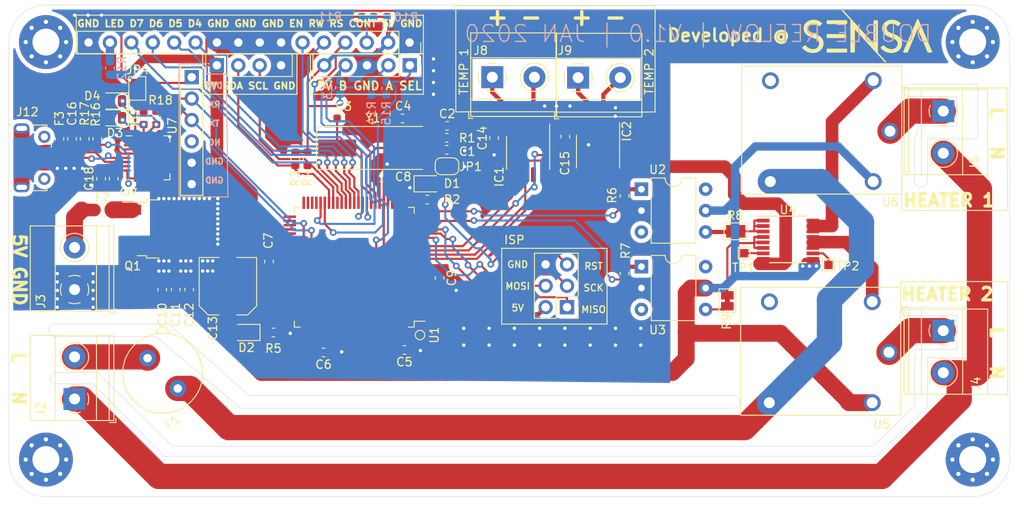
<source format=kicad_pcb>
(kicad_pcb (version 20171130) (host pcbnew 5.1.5)
  (layers (0 F.Cu signal) (31 B.Cu signal) (34 B.Paste user) (35 F.Paste user) (36 B.SilkS user) (37 F.SilkS user) (38 B.Mask user) (39 F.Mask user) (44 Edge.Cuts user))
  (net 0 "")
  (net 1 GND)
  (net 2 MCU_RST)
  (net 3 MCU_DTR)
  (net 4 "Net-(C3-Pad1)")
  (net 5 "Net-(C4-Pad1)")
  (net 6 "Net-(C5-Pad2)")
  (net 7 +5V)
  (net 8 "Net-(C18-Pad2)")
  (net 9 "Net-(D1-Pad2)")
  (net 10 "Net-(D2-Pad1)")
  (net 11 CP_TX)
  (net 12 "Net-(D3-Pad2)")
  (net 13 "Net-(D4-Pad2)")
  (net 14 CP_RX)
  (net 15 /Relay/220V_L)
  (net 16 "Net-(F1-Pad2)")
  (net 17 "Net-(F2-Pad1)")
  (net 18 "Net-(F2-Pad2)")
  (net 19 "Net-(F3-Pad2)")
  (net 20 "Net-(IC1-Pad2)")
  (net 21 "Net-(IC1-Pad3)")
  (net 22 TEMP_MAX_SCK)
  (net 23 TEMP_MAX_CS1)
  (net 24 TEMP_MAX_SO)
  (net 25 TEMP_MAX_CS2)
  (net 26 "Net-(IC2-Pad3)")
  (net 27 "Net-(IC2-Pad2)")
  (net 28 MCU_ISP_MISO)
  (net 29 MCU_ISP_SCK)
  (net 30 MCU_ISP_MOSI)
  (net 31 /Relay/220V_N)
  (net 32 "Net-(J4-Pad1)")
  (net 33 "Net-(J5-Pad1)")
  (net 34 "Net-(J6-Pad3)")
  (net 35 DISP_1604_RS)
  (net 36 DISP_1604_RW)
  (net 37 DISP_1604_EN)
  (net 38 DISP_1604_D4)
  (net 39 DISP_1604_D5)
  (net 40 DISP_1604_D6)
  (net 41 DISP_1604_D7)
  (net 42 "Net-(J6-Pad15)")
  (net 43 MCU_SDA)
  (net 44 MCU_SCL)
  (net 45 CP_D-)
  (net 46 CP_D+)
  (net 47 CP_DTR)
  (net 48 MCU_TX)
  (net 49 MCU_RX)
  (net 50 "Net-(R2-Pad2)")
  (net 51 RELAY_1)
  (net 52 "Net-(R6-Pad1)")
  (net 53 RELAY_2)
  (net 54 "Net-(R7-Pad1)")
  (net 55 "Net-(R8-Pad2)")
  (net 56 "Net-(R8-Pad1)")
  (net 57 "Net-(R9-Pad1)")
  (net 58 "Net-(R9-Pad2)")
  (net 59 DISP_ENC_B)
  (net 60 DISP_ENC_A)
  (net 61 DISP_ENC_SEL)
  (net 62 "Net-(TP1-Pad1)")
  (net 63 "Net-(TP2-Pad1)")
  (net 64 "Net-(U4-Pad11)")
  (net 65 "Net-(U4-Pad14)")
  (net 66 +5VA)
  (module logos:SENSA_15x6 (layer F.Cu) (at 241.6 94.3)
    (fp_text reference G*** hide)
    (fp_text value LOGO hide)
  )
  (module Capacitor_SMD:C_0603_1608Metric (layer F.Cu) (at 191.975 107.8 180)
    (fp_text reference C1 (at -2.425 -0.2) (layer F.SilkS))
    (fp_text value 100nF)
    (pad 1 smd roundrect (at -0.7875 0 180) (size 0.875 0.95) (layers F.Cu F.Paste F.Mask) (net 1 GND))
    (pad 2 smd roundrect (at 0.7875 0 180) (size 0.875 0.95) (layers F.Cu F.Paste F.Mask) (net 2 MCU_RST))
  )
  (module Capacitor_SMD:C_0603_1608Metric (layer F.Cu) (at 192.025 104.95)
    (fp_text reference C2 (at 0 -1.43) (layer F.SilkS))
    (fp_text value 100nF)
    (pad 1 smd roundrect (at -0.7875 0) (size 0.875 0.95) (layers F.Cu F.Paste F.Mask) (net 2 MCU_RST))
    (pad 2 smd roundrect (at 0.7875 0) (size 0.875 0.95) (layers F.Cu F.Paste F.Mask) (net 3 MCU_DTR))
  )
  (module Capacitor_SMD:C_0603_1608Metric (layer F.Cu) (at 179.75 104.075)
    (fp_text reference C3 (at 0 -1.43) (layer F.SilkS))
    (fp_text value 22pF)
    (pad 1 smd roundrect (at -0.7875 0) (size 0.875 0.95) (layers F.Cu F.Paste F.Mask) (net 4 "Net-(C3-Pad1)"))
    (pad 2 smd roundrect (at 0.7875 0) (size 0.875 0.95) (layers F.Cu F.Paste F.Mask) (net 1 GND))
  )
  (module Capacitor_SMD:C_0603_1608Metric (layer F.Cu) (at 186.725 104.075 180)
    (fp_text reference C4 (at -0.075 1.475) (layer F.SilkS))
    (fp_text value 22pF)
    (pad 2 smd roundrect (at 0.7875 0 180) (size 0.875 0.95) (layers F.Cu F.Paste F.Mask) (net 1 GND))
    (pad 1 smd roundrect (at -0.7875 0 180) (size 0.875 0.95) (layers F.Cu F.Paste F.Mask) (net 5 "Net-(C4-Pad1)"))
  )
  (module Capacitor_SMD:C_0603_1608Metric (layer F.Cu) (at 186.95 131.575 180)
    (fp_text reference C5 (at 0 -1.43) (layer F.SilkS))
    (fp_text value 100nF)
    (pad 2 smd roundrect (at 0.7875 0 180) (size 0.875 0.95) (layers F.Cu F.Paste F.Mask) (net 6 "Net-(C5-Pad2)"))
    (pad 1 smd roundrect (at -0.7875 0 180) (size 0.875 0.95) (layers F.Cu F.Paste F.Mask) (net 1 GND))
  )
  (module Capacitor_SMD:C_0603_1608Metric (layer F.Cu) (at 177.35 131.875 180)
    (fp_text reference C6 (at 0 -1.43) (layer F.SilkS))
    (fp_text value 100nF)
    (pad 1 smd roundrect (at -0.7875 0 180) (size 0.875 0.95) (layers F.Cu F.Paste F.Mask) (net 1 GND))
    (pad 2 smd roundrect (at 0.7875 0 180) (size 0.875 0.95) (layers F.Cu F.Paste F.Mask) (net 7 +5V))
  )
  (module Capacitor_SMD:C_0603_1608Metric (layer F.Cu) (at 170.875 121.075 90)
    (fp_text reference C7 (at 2.475 -0.075 90) (layer F.SilkS))
    (fp_text value 100nF)
    (pad 2 smd roundrect (at 0.7875 0 90) (size 0.875 0.95) (layers F.Cu F.Paste F.Mask) (net 7 +5V))
    (pad 1 smd roundrect (at -0.7875 0 90) (size 0.875 0.95) (layers F.Cu F.Paste F.Mask) (net 1 GND))
  )
  (module Capacitor_SMD:C_0603_1608Metric (layer F.Cu) (at 184.21 111.08)
    (fp_text reference C8 (at 2.59 -0.08) (layer F.SilkS))
    (fp_text value 100nF)
    (pad 1 smd roundrect (at -0.7875 0) (size 0.875 0.95) (layers F.Cu F.Paste F.Mask) (net 1 GND))
    (pad 2 smd roundrect (at 0.7875 0) (size 0.875 0.95) (layers F.Cu F.Paste F.Mask) (net 7 +5V))
  )
  (module Capacitor_SMD:C_0603_1608Metric (layer F.Cu) (at 191.125 123.025 270)
    (fp_text reference C9 (at 0 -1.43 90) (layer F.SilkS))
    (fp_text value 100nF)
    (pad 2 smd roundrect (at 0.7875 0 270) (size 0.875 0.95) (layers F.Cu F.Paste F.Mask) (net 7 +5V))
    (pad 1 smd roundrect (at -0.7875 0 270) (size 0.875 0.95) (layers F.Cu F.Paste F.Mask) (net 1 GND))
  )
  (module Capacitor_SMD:C_0603_1608Metric (layer F.Cu) (at 158.2 124.4 90)
    (fp_text reference C10 (at -3 0 90) (layer F.SilkS))
    (fp_text value 100nF)
    (pad 1 smd roundrect (at -0.7875 0 90) (size 0.875 0.95) (layers F.Cu F.Paste F.Mask) (net 7 +5V))
    (pad 2 smd roundrect (at 0.7875 0 90) (size 0.875 0.95) (layers F.Cu F.Paste F.Mask) (net 1 GND))
  )
  (module Capacitor_SMD:C_0603_1608Metric (layer F.Cu) (at 159.8 124.4 90)
    (fp_text reference C11 (at -3 0 90) (layer F.SilkS))
    (fp_text value 1uF)
    (pad 1 smd roundrect (at -0.7875 0 90) (size 0.875 0.95) (layers F.Cu F.Paste F.Mask) (net 7 +5V))
    (pad 2 smd roundrect (at 0.7875 0 90) (size 0.875 0.95) (layers F.Cu F.Paste F.Mask) (net 1 GND))
  )
  (module Capacitor_SMD:C_0603_1608Metric (layer F.Cu) (at 161.4 124.3875 90)
    (fp_text reference C12 (at -3.0125 0 90) (layer F.SilkS))
    (fp_text value 10uF)
    (pad 2 smd roundrect (at 0.7875 0 90) (size 0.875 0.95) (layers F.Cu F.Paste F.Mask) (net 1 GND))
    (pad 1 smd roundrect (at -0.7875 0 90) (size 0.875 0.95) (layers F.Cu F.Paste F.Mask) (net 7 +5V))
  )
  (module Capacitor_SMD:C_Elec_6.3x5.4 (layer F.Cu) (at 166 124 90)
    (fp_text reference C13 (at -5 -1.8 90) (layer F.SilkS))
    (fp_text value 100uF)
    (pad 1 smd roundrect (at -2.5375 0 90) (size 3.325 1.6) (layers F.Cu F.Paste F.Mask) (roundrect_rratio 0.15625) (net 7 +5V))
    (pad 2 smd roundrect (at 2.5375 0 90) (size 3.325 1.6) (layers F.Cu F.Paste F.Mask) (roundrect_rratio 0.15625) (net 1 GND))
  )
  (module Capacitor_SMD:C_0603_1608Metric (layer F.Cu) (at 197.59 106.41 270)
    (fp_text reference C14 (at -0.01 1.39 90) (layer F.SilkS))
    (fp_text value 100nF)
    (pad 2 smd roundrect (at 0.7875 0 270) (size 0.875 0.95) (layers F.Cu F.Paste F.Mask) (net 1 GND))
    (pad 1 smd roundrect (at -0.7875 0 270) (size 0.875 0.95) (layers F.Cu F.Paste F.Mask) (net 7 +5V))
  )
  (module Capacitor_SMD:C_0603_1608Metric (layer F.Cu) (at 206.05 106.22 270)
    (fp_text reference C15 (at 3.18 0.05 90) (layer F.SilkS))
    (fp_text value 100nF)
    (pad 1 smd roundrect (at -0.7875 0 270) (size 0.875 0.95) (layers F.Cu F.Paste F.Mask) (net 7 +5V))
    (pad 2 smd roundrect (at 0.7875 0 270) (size 0.875 0.95) (layers F.Cu F.Paste F.Mask) (net 1 GND))
  )
  (module Capacitor_SMD:C_0603_1608Metric (layer F.Cu) (at 147.5 106.5 270)
    (fp_text reference C16 (at -3 0 90) (layer F.SilkS))
    (fp_text value 100nF)
    (pad 1 smd roundrect (at -0.7875 0 270) (size 0.875 0.95) (layers F.Cu F.Paste F.Mask) (net 1 GND))
    (pad 2 smd roundrect (at 0.7875 0 270) (size 0.875 0.95) (layers F.Cu F.Paste F.Mask) (net 66 +5VA))
  )
  (module Capacitor_SMD:C_0603_1608Metric (layer F.Cu) (at 152.45 111.225 270)
    (fp_text reference C17 (at 1.575 -1.75) (layer F.SilkS) (effects (font (size 0.7 0.7))))
    (fp_text value 100nF)
    (pad 2 smd roundrect (at 0.7875 0 270) (size 0.875 0.95) (layers F.Cu F.Paste F.Mask) (net 1 GND))
    (pad 1 smd roundrect (at -0.7875 0 270) (size 0.875 0.95) (layers F.Cu F.Paste F.Mask) (net 66 +5VA))
  )
  (module Capacitor_SMD:C_0603_1608Metric (layer F.Cu) (at 150.95 111.225 90)
    (fp_text reference C18 (at 0 -1.43 90) (layer F.SilkS))
    (fp_text value 100nF)
    (pad 2 smd roundrect (at 0.7875 0 90) (size 0.875 0.95) (layers F.Cu F.Paste F.Mask) (net 8 "Net-(C18-Pad2)"))
    (pad 1 smd roundrect (at -0.7875 0 90) (size 0.875 0.95) (layers F.Cu F.Paste F.Mask) (net 1 GND))
  )
  (module LED_SMD:LED_0805_2012Metric (layer F.Cu) (at 189.78 111.84)
    (fp_text reference D1 (at 2.82 -0.04) (layer F.SilkS))
    (fp_text value LED)
    (pad 2 smd roundrect (at 0.9375 0) (size 0.975 1.4) (layers F.Cu F.Paste F.Mask) (net 9 "Net-(D1-Pad2)"))
    (pad 1 smd roundrect (at -0.9375 0) (size 0.975 1.4) (layers F.Cu F.Paste F.Mask) (net 1 GND))
  )
  (module LED_SMD:LED_0805_2012Metric (layer F.Cu) (at 168.13 129.5 180)
    (fp_text reference D2 (at -0.07 -1.8) (layer F.SilkS))
    (fp_text value LED)
    (pad 1 smd roundrect (at -0.9375 0 180) (size 0.975 1.4) (layers F.Cu F.Paste F.Mask) (net 10 "Net-(D2-Pad1)"))
    (pad 2 smd roundrect (at 0.9375 0 180) (size 0.975 1.4) (layers F.Cu F.Paste F.Mask) (net 7 +5V))
  )
  (module LED_SMD:LED_0805_2012Metric (layer F.Cu) (at 152.5 104 180)
    (fp_text reference D3 (at -0.1 -1.8) (layer F.SilkS))
    (fp_text value LED)
    (pad 1 smd roundrect (at -0.9375 0 180) (size 0.975 1.4) (layers F.Cu F.Paste F.Mask) (net 11 CP_TX))
    (pad 2 smd roundrect (at 0.9375 0 180) (size 0.975 1.4) (layers F.Cu F.Paste F.Mask) (net 12 "Net-(D3-Pad2)"))
  )
  (module LED_SMD:LED_0805_2012Metric (layer F.Cu) (at 152.5 102 180)
    (fp_text reference D4 (at 2.6 0.6) (layer F.SilkS))
    (fp_text value LED)
    (pad 2 smd roundrect (at 0.9375 0 180) (size 0.975 1.4) (layers F.Cu F.Paste F.Mask) (net 13 "Net-(D4-Pad2)"))
    (pad 1 smd roundrect (at -0.9375 0 180) (size 0.975 1.4) (layers F.Cu F.Paste F.Mask) (net 14 CP_RX))
  )
  (module Fuse:Fuseholder_TR5_Littelfuse_No560_No460 (layer F.Cu) (at 160.05 136.15 135)
    (fp_text reference F1 (at -2.404163 -3.323402 225) (layer F.SilkS))
    (fp_text value Fuse)
    (pad 1 thru_hole circle (at 0 0 135) (size 2 2) (drill 1) (layers *.Cu *.Mask) (net 15 /Relay/220V_L))
    (pad 2 thru_hole circle (at 5.08 0.01 135) (size 2 2) (drill 1) (layers *.Cu *.Mask) (net 16 "Net-(F1-Pad2)"))
  )
  (module Fuse:Fuse_0805_2012Metric (layer F.Cu) (at 151.1 114.95 180)
    (fp_text reference F2 (at 0 1.55) (layer F.SilkS))
    (fp_text value Fuse)
    (pad 1 smd roundrect (at -0.9375 0 180) (size 0.975 1.4) (layers F.Cu F.Paste F.Mask) (net 17 "Net-(F2-Pad1)"))
    (pad 2 smd roundrect (at 0.9375 0 180) (size 0.975 1.4) (layers F.Cu F.Paste F.Mask) (net 18 "Net-(F2-Pad2)"))
  )
  (module Fuse:Fuse_0603_1608Metric (layer F.Cu) (at 146 106.5 270)
    (fp_text reference F3 (at -2.4 0 90) (layer F.SilkS))
    (fp_text value Fuse)
    (pad 1 smd roundrect (at -0.7875 0 270) (size 0.875 0.95) (layers F.Cu F.Paste F.Mask) (net 66 +5VA))
    (pad 2 smd roundrect (at 0.7875 0 270) (size 0.875 0.95) (layers F.Cu F.Paste F.Mask) (net 19 "Net-(F3-Pad2)"))
  )
  (module MountingHole:MountingHole_3.2mm_M3_Pad_Via (layer F.Cu) (at 254.4 95)
    (fp_text reference H1 hide)
    (fp_text value MountingHole)
    (pad 1 thru_hole circle (at 1.697056 -1.697056) (size 0.8 0.8) (drill 0.5) (layers *.Cu *.Mask))
    (pad 1 thru_hole circle (at 0 -2.4) (size 0.8 0.8) (drill 0.5) (layers *.Cu *.Mask))
    (pad 1 thru_hole circle (at -1.697056 -1.697056) (size 0.8 0.8) (drill 0.5) (layers *.Cu *.Mask))
    (pad 1 thru_hole circle (at -2.4 0) (size 0.8 0.8) (drill 0.5) (layers *.Cu *.Mask))
    (pad 1 thru_hole circle (at -1.697056 1.697056) (size 0.8 0.8) (drill 0.5) (layers *.Cu *.Mask))
    (pad 1 thru_hole circle (at 0 2.4) (size 0.8 0.8) (drill 0.5) (layers *.Cu *.Mask))
    (pad 1 thru_hole circle (at 1.697056 1.697056) (size 0.8 0.8) (drill 0.5) (layers *.Cu *.Mask))
    (pad 1 thru_hole circle (at 2.4 0) (size 0.8 0.8) (drill 0.5) (layers *.Cu *.Mask))
    (pad 1 thru_hole circle (at 0 0) (size 6.4 6.4) (drill 3.2) (layers *.Cu *.Mask))
  )
  (module MountingHole:MountingHole_3.2mm_M3_Pad_Via (layer F.Cu) (at 144.4 95)
    (fp_text reference H3 hide)
    (fp_text value MountingHole)
    (pad 1 thru_hole circle (at 1.697056 -1.697056) (size 0.8 0.8) (drill 0.5) (layers *.Cu *.Mask))
    (pad 1 thru_hole circle (at 0 -2.4) (size 0.8 0.8) (drill 0.5) (layers *.Cu *.Mask))
    (pad 1 thru_hole circle (at -1.697056 -1.697056) (size 0.8 0.8) (drill 0.5) (layers *.Cu *.Mask))
    (pad 1 thru_hole circle (at -2.4 0) (size 0.8 0.8) (drill 0.5) (layers *.Cu *.Mask))
    (pad 1 thru_hole circle (at -1.697056 1.697056) (size 0.8 0.8) (drill 0.5) (layers *.Cu *.Mask))
    (pad 1 thru_hole circle (at 0 2.4) (size 0.8 0.8) (drill 0.5) (layers *.Cu *.Mask))
    (pad 1 thru_hole circle (at 1.697056 1.697056) (size 0.8 0.8) (drill 0.5) (layers *.Cu *.Mask))
    (pad 1 thru_hole circle (at 2.4 0) (size 0.8 0.8) (drill 0.5) (layers *.Cu *.Mask))
    (pad 1 thru_hole circle (at 0 0) (size 6.4 6.4) (drill 3.2) (layers *.Cu *.Mask))
  )
  (module MountingHole:MountingHole_3.2mm_M3_Pad_Via (layer F.Cu) (at 254.4 144.6)
    (fp_text reference H4 hide)
    (fp_text value MountingHole)
    (pad 1 thru_hole circle (at 0 0) (size 6.4 6.4) (drill 3.2) (layers *.Cu *.Mask))
    (pad 1 thru_hole circle (at 2.4 0) (size 0.8 0.8) (drill 0.5) (layers *.Cu *.Mask))
    (pad 1 thru_hole circle (at 1.697056 1.697056) (size 0.8 0.8) (drill 0.5) (layers *.Cu *.Mask))
    (pad 1 thru_hole circle (at 0 2.4) (size 0.8 0.8) (drill 0.5) (layers *.Cu *.Mask))
    (pad 1 thru_hole circle (at -1.697056 1.697056) (size 0.8 0.8) (drill 0.5) (layers *.Cu *.Mask))
    (pad 1 thru_hole circle (at -2.4 0) (size 0.8 0.8) (drill 0.5) (layers *.Cu *.Mask))
    (pad 1 thru_hole circle (at -1.697056 -1.697056) (size 0.8 0.8) (drill 0.5) (layers *.Cu *.Mask))
    (pad 1 thru_hole circle (at 0 -2.4) (size 0.8 0.8) (drill 0.5) (layers *.Cu *.Mask))
    (pad 1 thru_hole circle (at 1.697056 -1.697056) (size 0.8 0.8) (drill 0.5) (layers *.Cu *.Mask))
  )
  (module MountingHole:MountingHole_3.2mm_M3_Pad_Via (layer F.Cu) (at 144.4 144.6)
    (fp_text reference H5 hide)
    (fp_text value MountingHole)
    (pad 1 thru_hole circle (at 1.697056 -1.697056) (size 0.8 0.8) (drill 0.5) (layers *.Cu *.Mask))
    (pad 1 thru_hole circle (at 0 -2.4) (size 0.8 0.8) (drill 0.5) (layers *.Cu *.Mask))
    (pad 1 thru_hole circle (at -1.697056 -1.697056) (size 0.8 0.8) (drill 0.5) (layers *.Cu *.Mask))
    (pad 1 thru_hole circle (at -2.4 0) (size 0.8 0.8) (drill 0.5) (layers *.Cu *.Mask))
    (pad 1 thru_hole circle (at -1.697056 1.697056) (size 0.8 0.8) (drill 0.5) (layers *.Cu *.Mask))
    (pad 1 thru_hole circle (at 0 2.4) (size 0.8 0.8) (drill 0.5) (layers *.Cu *.Mask))
    (pad 1 thru_hole circle (at 1.697056 1.697056) (size 0.8 0.8) (drill 0.5) (layers *.Cu *.Mask))
    (pad 1 thru_hole circle (at 2.4 0) (size 0.8 0.8) (drill 0.5) (layers *.Cu *.Mask))
    (pad 1 thru_hole circle (at 0 0) (size 6.4 6.4) (drill 3.2) (layers *.Cu *.Mask))
  )
  (module Package_SO:SO-8_3.9x4.9mm_P1.27mm (layer F.Cu) (at 201.63 108.17 270)
    (fp_text reference IC1 (at 2.83 3.43 90) (layer F.SilkS))
    (fp_text value MAX6675)
    (pad 1 smd roundrect (at -2.575 -1.905 270) (size 1.75 0.6) (layers F.Cu F.Paste F.Mask) (net 1 GND))
    (pad 2 smd roundrect (at -2.575 -0.635 270) (size 1.75 0.6) (layers F.Cu F.Paste F.Mask) (net 20 "Net-(IC1-Pad2)"))
    (pad 3 smd roundrect (at -2.575 0.635 270) (size 1.75 0.6) (layers F.Cu F.Paste F.Mask) (net 21 "Net-(IC1-Pad3)"))
    (pad 4 smd roundrect (at -2.575 1.905 270) (size 1.75 0.6) (layers F.Cu F.Paste F.Mask) (net 7 +5V))
    (pad 5 smd roundrect (at 2.575 1.905 270) (size 1.75 0.6) (layers F.Cu F.Paste F.Mask) (net 22 TEMP_MAX_SCK))
    (pad 6 smd roundrect (at 2.575 0.635 270) (size 1.75 0.6) (layers F.Cu F.Paste F.Mask) (net 23 TEMP_MAX_CS1))
    (pad 7 smd roundrect (at 2.575 -0.635 270) (size 1.75 0.6) (layers F.Cu F.Paste F.Mask) (net 24 TEMP_MAX_SO))
    (pad 8 smd roundrect (at 2.575 -1.905 270) (size 1.75 0.6) (layers F.Cu F.Paste F.Mask))
  )
  (module Package_SO:SO-8_3.9x4.9mm_P1.27mm (layer F.Cu) (at 209.93 108.02 270)
    (fp_text reference IC2 (at -2.42 -3.4 90) (layer F.SilkS))
    (fp_text value MAX6675)
    (pad 8 smd roundrect (at 2.575 -1.905 270) (size 1.75 0.6) (layers F.Cu F.Paste F.Mask))
    (pad 7 smd roundrect (at 2.575 -0.635 270) (size 1.75 0.6) (layers F.Cu F.Paste F.Mask) (net 24 TEMP_MAX_SO))
    (pad 6 smd roundrect (at 2.575 0.635 270) (size 1.75 0.6) (layers F.Cu F.Paste F.Mask) (net 25 TEMP_MAX_CS2))
    (pad 5 smd roundrect (at 2.575 1.905 270) (size 1.75 0.6) (layers F.Cu F.Paste F.Mask) (net 22 TEMP_MAX_SCK))
    (pad 4 smd roundrect (at -2.575 1.905 270) (size 1.75 0.6) (layers F.Cu F.Paste F.Mask) (net 7 +5V))
    (pad 3 smd roundrect (at -2.575 0.635 270) (size 1.75 0.6) (layers F.Cu F.Paste F.Mask) (net 26 "Net-(IC2-Pad3)"))
    (pad 2 smd roundrect (at -2.575 -0.635 270) (size 1.75 0.6) (layers F.Cu F.Paste F.Mask) (net 27 "Net-(IC2-Pad2)"))
    (pad 1 smd roundrect (at -2.575 -1.905 270) (size 1.75 0.6) (layers F.Cu F.Paste F.Mask) (net 1 GND))
  )
  (module Connector_PinHeader_2.54mm:PinHeader_2x03_P2.54mm_Vertical (layer F.Cu) (at 206.248 126.492 180)
    (fp_text reference J1 hide)
    (fp_text value MCU_ISP)
    (pad 1 thru_hole rect (at 0 0 180) (size 1.7 1.7) (drill 1) (layers *.Cu *.Mask) (net 28 MCU_ISP_MISO))
    (pad 2 thru_hole oval (at 2.54 0 180) (size 1.7 1.7) (drill 1) (layers *.Cu *.Mask) (net 7 +5V))
    (pad 3 thru_hole oval (at 0 2.54 180) (size 1.7 1.7) (drill 1) (layers *.Cu *.Mask) (net 29 MCU_ISP_SCK))
    (pad 4 thru_hole oval (at 2.54 2.54 180) (size 1.7 1.7) (drill 1) (layers *.Cu *.Mask) (net 30 MCU_ISP_MOSI))
    (pad 5 thru_hole oval (at 0 5.08 180) (size 1.7 1.7) (drill 1) (layers *.Cu *.Mask) (net 2 MCU_RST))
    (pad 6 thru_hole oval (at 2.54 5.08 180) (size 1.7 1.7) (drill 1) (layers *.Cu *.Mask) (net 1 GND))
  )
  (module TerminalBlock_Phoenix:TerminalBlock_Phoenix_MKDS-1,5-2_1x02_P5.00mm_Horizontal (layer F.Cu) (at 147.8 137.4 90)
    (fp_text reference J2 (at -1.2 -4 90) (layer F.SilkS))
    (fp_text value 220V_INPUT)
    (pad 2 thru_hole circle (at 5 0 90) (size 2.6 2.6) (drill 1.3) (layers *.Cu *.Mask) (net 16 "Net-(F1-Pad2)"))
    (pad 1 thru_hole rect (at 0 0 90) (size 2.6 2.6) (drill 1.3) (layers *.Cu *.Mask) (net 31 /Relay/220V_N))
  )
  (module TerminalBlock_Phoenix:TerminalBlock_Phoenix_MKDS-1,5-2_1x02_P5.00mm_Horizontal (layer F.Cu) (at 147.8 124.4 90)
    (fp_text reference J3 (at -1.4 -4 90) (layer F.SilkS))
    (fp_text value 5V_INPUT)
    (pad 1 thru_hole rect (at 0 0 90) (size 2.6 2.6) (drill 1.3) (layers *.Cu *.Mask) (net 1 GND))
    (pad 2 thru_hole circle (at 5 0 90) (size 2.6 2.6) (drill 1.3) (layers *.Cu *.Mask) (net 18 "Net-(F2-Pad2)"))
  )
  (module TerminalBlock_Phoenix:TerminalBlock_Phoenix_MKDS-1,5-2_1x02_P5.00mm_Horizontal (layer F.Cu) (at 250.91 129.28 270)
    (fp_text reference J4 (at 6.32 -3.89 90) (layer F.SilkS))
    (fp_text value BURNER2)
    (pad 2 thru_hole circle (at 5 0 270) (size 2.6 2.6) (drill 1.3) (layers *.Cu *.Mask) (net 31 /Relay/220V_N))
    (pad 1 thru_hole rect (at 0 0 270) (size 2.6 2.6) (drill 1.3) (layers *.Cu *.Mask) (net 32 "Net-(J4-Pad1)"))
  )
  (module TerminalBlock_Phoenix:TerminalBlock_Phoenix_MKDS-1,5-2_1x02_P5.00mm_Horizontal (layer F.Cu) (at 250.91 103.2 270)
    (fp_text reference J5 (at 6.2 -3.69 90) (layer F.SilkS))
    (fp_text value BURNER1)
    (pad 1 thru_hole rect (at 0 0 270) (size 2.6 2.6) (drill 1.3) (layers *.Cu *.Mask) (net 33 "Net-(J5-Pad1)"))
    (pad 2 thru_hole circle (at 5 0 270) (size 2.6 2.6) (drill 1.3) (layers *.Cu *.Mask) (net 31 /Relay/220V_N))
  )
  (module Connector_PinSocket_2.54mm:PinSocket_1x16_P2.54mm_Vertical (layer F.Cu) (at 187.56 95.05 270)
    (fp_text reference J6 hide)
    (fp_text value 1604_conn)
    (pad 1 thru_hole rect (at 0 0 270) (size 1.7 1.7) (drill 1) (layers *.Cu *.Mask) (net 1 GND))
    (pad 2 thru_hole oval (at 0 2.54 270) (size 1.7 1.7) (drill 1) (layers *.Cu *.Mask) (net 7 +5V))
    (pad 3 thru_hole oval (at 0 5.08 270) (size 1.7 1.7) (drill 1) (layers *.Cu *.Mask) (net 34 "Net-(J6-Pad3)"))
    (pad 4 thru_hole oval (at 0 7.62 270) (size 1.7 1.7) (drill 1) (layers *.Cu *.Mask) (net 35 DISP_1604_RS))
    (pad 5 thru_hole oval (at 0 10.16 270) (size 1.7 1.7) (drill 1) (layers *.Cu *.Mask) (net 36 DISP_1604_RW))
    (pad 6 thru_hole oval (at 0 12.7 270) (size 1.7 1.7) (drill 1) (layers *.Cu *.Mask) (net 37 DISP_1604_EN))
    (pad 7 thru_hole oval (at 0 15.24 270) (size 1.7 1.7) (drill 1) (layers *.Cu *.Mask) (net 1 GND))
    (pad 8 thru_hole oval (at 0 17.78 270) (size 1.7 1.7) (drill 1) (layers *.Cu *.Mask) (net 1 GND))
    (pad 9 thru_hole oval (at 0 20.32 270) (size 1.7 1.7) (drill 1) (layers *.Cu *.Mask) (net 1 GND))
    (pad 10 thru_hole oval (at 0 22.86 270) (size 1.7 1.7) (drill 1) (layers *.Cu *.Mask) (net 1 GND))
    (pad 11 thru_hole oval (at 0 25.4 270) (size 1.7 1.7) (drill 1) (layers *.Cu *.Mask) (net 38 DISP_1604_D4))
    (pad 12 thru_hole oval (at 0 27.94 270) (size 1.7 1.7) (drill 1) (layers *.Cu *.Mask) (net 39 DISP_1604_D5))
    (pad 13 thru_hole oval (at 0 30.48 270) (size 1.7 1.7) (drill 1) (layers *.Cu *.Mask) (net 40 DISP_1604_D6))
    (pad 14 thru_hole oval (at 0 33.02 270) (size 1.7 1.7) (drill 1) (layers *.Cu *.Mask) (net 41 DISP_1604_D7))
    (pad 15 thru_hole oval (at 0 35.56 270) (size 1.7 1.7) (drill 1) (layers *.Cu *.Mask) (net 42 "Net-(J6-Pad15)"))
    (pad 16 thru_hole oval (at 0 38.1 270) (size 1.7 1.7) (drill 1) (layers *.Cu *.Mask) (net 1 GND))
  )
  (module Connector_PinSocket_2.54mm:PinSocket_1x04_P2.54mm_Vertical (layer F.Cu) (at 164.69 97.76 90)
    (fp_text reference J7 hide)
    (fp_text value I2C_DISPLAY)
    (pad 1 thru_hole rect (at 0 0 90) (size 1.7 1.7) (drill 1) (layers *.Cu *.Mask) (net 7 +5V))
    (pad 2 thru_hole oval (at 0 2.54 90) (size 1.7 1.7) (drill 1) (layers *.Cu *.Mask) (net 43 MCU_SDA))
    (pad 3 thru_hole oval (at 0 5.08 90) (size 1.7 1.7) (drill 1) (layers *.Cu *.Mask) (net 44 MCU_SCL))
    (pad 4 thru_hole oval (at 0 7.62 90) (size 1.7 1.7) (drill 1) (layers *.Cu *.Mask) (net 1 GND))
  )
  (module TerminalBlock_Phoenix:TerminalBlock_Phoenix_MKDS-1,5-2_1x02_P5.00mm_Horizontal (layer F.Cu) (at 197.38 99.17)
    (fp_text reference J8 (at -1.38 -3.17) (layer F.SilkS))
    (fp_text value KTYPE1)
    (pad 2 thru_hole circle (at 5 0) (size 2.6 2.6) (drill 1.3) (layers *.Cu *.Mask) (net 20 "Net-(IC1-Pad2)"))
    (pad 1 thru_hole rect (at 0 0) (size 2.6 2.6) (drill 1.3) (layers *.Cu *.Mask) (net 21 "Net-(IC1-Pad3)"))
  )
  (module TerminalBlock_Phoenix:TerminalBlock_Phoenix_MKDS-1,5-2_1x02_P5.00mm_Horizontal (layer F.Cu) (at 207.57 99.22)
    (fp_text reference J9 (at -1.57 -3.22) (layer F.SilkS))
    (fp_text value KTYPE1)
    (pad 1 thru_hole rect (at 0 0) (size 2.6 2.6) (drill 1.3) (layers *.Cu *.Mask) (net 26 "Net-(IC2-Pad3)"))
    (pad 2 thru_hole circle (at 5 0) (size 2.6 2.6) (drill 1.3) (layers *.Cu *.Mask) (net 27 "Net-(IC2-Pad2)"))
  )
  (module Connector_USB:USB_Micro-B_Molex-105017-0001 (layer F.Cu) (at 142.75 108.75 270)
    (fp_text reference J12 (at -5.45 0.55 180) (layer F.SilkS))
    (fp_text value USB_A)
    (pad 6 smd rect (at 1 1.2375 270) (size 1.5 1.9) (layers F.Cu F.Paste F.Mask))
    (pad 6 thru_hole circle (at -2.5 -1.4625 270) (size 1.45 1.45) (drill 0.85) (layers *.Cu *.Mask))
    (pad 2 smd rect (at -0.65 -1.4625 270) (size 0.4 1.35) (layers F.Cu F.Paste F.Mask) (net 45 CP_D-))
    (pad 1 smd rect (at -1.3 -1.4625 270) (size 0.4 1.35) (layers F.Cu F.Paste F.Mask) (net 19 "Net-(F3-Pad2)"))
    (pad 5 smd rect (at 1.3 -1.4625 270) (size 0.4 1.35) (layers F.Cu F.Paste F.Mask) (net 1 GND))
    (pad 4 smd rect (at 0.65 -1.4625 270) (size 0.4 1.35) (layers F.Cu F.Paste F.Mask) (net 1 GND))
    (pad 3 smd rect (at 0 -1.4625 270) (size 0.4 1.35) (layers F.Cu F.Paste F.Mask) (net 46 CP_D+))
    (pad 6 thru_hole circle (at 2.5 -1.4625 270) (size 1.45 1.45) (drill 0.85) (layers *.Cu *.Mask))
    (pad 6 smd rect (at -1 1.2375 270) (size 1.5 1.9) (layers F.Cu F.Paste F.Mask))
    (pad 6 thru_hole oval (at -3.5 1.2375 90) (size 1.2 1.9) (drill oval 0.6 1.3) (layers *.Cu *.Mask))
    (pad 6 thru_hole oval (at 3.5 1.2375 270) (size 1.2 1.9) (drill oval 0.6 1.3) (layers *.Cu *.Mask))
    (pad 6 smd rect (at 2.9 1.2375 270) (size 1.2 1.9) (layers F.Cu F.Mask))
    (pad 6 smd rect (at -2.9 1.2375 270) (size 1.2 1.9) (layers F.Cu F.Mask))
  )
  (module Connector_PinHeader_2.54mm:PinHeader_1x06_P2.54mm_Vertical (layer F.Cu) (at 161.7 99.175)
    (fp_text reference J13 hide)
    (fp_text value FTDI)
    (pad 1 thru_hole rect (at 0 0) (size 1.7 1.7) (drill 1) (layers *.Cu *.Mask) (net 3 MCU_DTR))
    (pad 2 thru_hole oval (at 0 2.54) (size 1.7 1.7) (drill 1) (layers *.Cu *.Mask) (net 49 MCU_RX))
    (pad 3 thru_hole oval (at 0 5.08) (size 1.7 1.7) (drill 1) (layers *.Cu *.Mask) (net 48 MCU_TX))
    (pad 4 thru_hole oval (at 0 7.62) (size 1.7 1.7) (drill 1) (layers *.Cu *.Mask))
    (pad 5 thru_hole oval (at 0 10.16) (size 1.7 1.7) (drill 1) (layers *.Cu *.Mask) (net 1 GND))
    (pad 6 thru_hole oval (at 0 12.7) (size 1.7 1.7) (drill 1) (layers *.Cu *.Mask) (net 1 GND))
  )
  (module Jumper:SolderJumper-2_P1.3mm_Open_RoundedPad1.0x1.5mm (layer F.Cu) (at 192 109.75)
    (fp_text reference JP1 (at 2.8 0.05) (layer F.SilkS))
    (fp_text value RESET)
    (pad 1 smd custom (at -0.65 0) (size 1 0.5) (layers F.Cu F.Mask) (net 2 MCU_RST) (options (clearance outline) (anchor rect)) (primitives (gr_circle (center 0 0.25) (end 0.5 0.25) (width 0)) (gr_circle (center 0 -0.25) (end 0.5 -0.25) (width 0)) (gr_poly (pts (xy 0 -0.75) (xy 0.5 -0.75) (xy 0.5 0.75) (xy 0 0.75)) (width 0))))
    (pad 2 smd custom (at 0.65 0) (size 1 0.5) (layers F.Cu F.Mask) (net 1 GND) (options (clearance outline) (anchor rect)) (primitives (gr_circle (center 0 0.25) (end 0.5 0.25) (width 0)) (gr_circle (center 0 -0.25) (end 0.5 -0.25) (width 0)) (gr_poly (pts (xy 0 -0.75) (xy -0.5 -0.75) (xy -0.5 0.75) (xy 0 0.75)) (width 0))))
  )
  (module Jumper:SolderJumper-2_P1.3mm_Bridged_Pad1.0x1.5mm (layer F.Cu) (at 155.25 100.5 90)
    (fp_text reference JP4 (at 2.2 0.05 180) (layer F.SilkS))
    (fp_text value JUMPER)
    (fp_poly (pts (xy -0.25 -0.3) (xy 0.25 -0.3) (xy 0.25 0.3) (xy -0.25 0.3)) (layer F.Cu) (width 0))
    (pad 1 smd rect (at -0.65 0 90) (size 1 1.5) (layers F.Cu F.Mask) (net 47 CP_DTR))
    (pad 2 smd rect (at 0.65 0 90) (size 1 1.5) (layers F.Cu F.Mask) (net 3 MCU_DTR))
  )
  (module Package_TO_SOT_SMD:TO-252-2 (layer F.Cu) (at 158.8 117.2)
    (fp_text reference Q1 (at -4.1 4.4) (layer F.SilkS))
    (fp_text value AOD417)
    (pad 1 smd rect (at -4.2 -2.28) (size 2.2 1.2) (layers F.Cu F.Paste F.Mask) (net 17 "Net-(F2-Pad1)"))
    (pad 3 smd rect (at -4.2 2.28) (size 2.2 1.2) (layers F.Cu F.Paste F.Mask) (net 7 +5V))
    (pad 2 smd rect (at 2.1 0) (size 6.4 5.8) (layers F.Cu F.Mask) (net 1 GND))
  )
  (module Resistor_SMD:R_0603_1608Metric (layer F.Cu) (at 191.975 106.375 180)
    (fp_text reference R1 (at -2.425 -0.025) (layer F.SilkS))
    (fp_text value 10k)
    (pad 2 smd roundrect (at 0.7875 0 180) (size 0.875 0.95) (layers F.Cu F.Paste F.Mask) (net 2 MCU_RST))
    (pad 1 smd roundrect (at -0.7875 0 180) (size 0.875 0.95) (layers F.Cu F.Paste F.Mask) (net 7 +5V))
  )
  (module Resistor_SMD:R_0603_1608Metric (layer F.Cu) (at 189.66 113.71 180)
    (fp_text reference R2 (at -2.94 0.01) (layer F.SilkS))
    (fp_text value 10k)
    (pad 1 smd roundrect (at -0.7875 0 180) (size 0.875 0.95) (layers F.Cu F.Paste F.Mask) (net 9 "Net-(D1-Pad2)"))
    (pad 2 smd roundrect (at 0.7875 0 180) (size 0.875 0.95) (layers F.Cu F.Paste F.Mask) (net 50 "Net-(R2-Pad2)"))
  )
  (module Resistor_SMD:R_0603_1608Metric (layer F.Cu) (at 174 108.875 90)
    (fp_text reference R3 (at -2.325 0 90) (layer F.SilkS))
    (fp_text value 4k7)
    (pad 2 smd roundrect (at 0.7875 0 90) (size 0.875 0.95) (layers F.Cu F.Paste F.Mask) (net 7 +5V))
    (pad 1 smd roundrect (at -0.7875 0 90) (size 0.875 0.95) (layers F.Cu F.Paste F.Mask) (net 43 MCU_SDA))
  )
  (module Resistor_SMD:R_0603_1608Metric (layer F.Cu) (at 175.45 108.875 270)
    (fp_text reference R4 (at 2.325 0.05 90) (layer F.SilkS))
    (fp_text value 4k7)
    (pad 1 smd roundrect (at -0.7875 0 270) (size 0.875 0.95) (layers F.Cu F.Paste F.Mask) (net 7 +5V))
    (pad 2 smd roundrect (at 0.7875 0 270) (size 0.875 0.95) (layers F.Cu F.Paste F.Mask) (net 44 MCU_SCL))
  )
  (module Resistor_SMD:R_0603_1608Metric (layer F.Cu) (at 171.4 129.5)
    (fp_text reference R5 (at 0 1.9) (layer F.SilkS))
    (fp_text value 1k)
    (pad 2 smd roundrect (at 0.7875 0) (size 0.875 0.95) (layers F.Cu F.Paste F.Mask) (net 1 GND))
    (pad 1 smd roundrect (at -0.7875 0) (size 0.875 0.95) (layers F.Cu F.Paste F.Mask) (net 10 "Net-(D2-Pad1)"))
  )
  (module Resistor_SMD:R_0603_1608Metric (layer F.Cu) (at 213.08 113.28 270)
    (fp_text reference R6 (at -0.08 1.48 90) (layer F.SilkS))
    (fp_text value 330)
    (pad 2 smd roundrect (at 0.7875 0 270) (size 0.875 0.95) (layers F.Cu F.Paste F.Mask) (net 51 RELAY_1))
    (pad 1 smd roundrect (at -0.7875 0 270) (size 0.875 0.95) (layers F.Cu F.Paste F.Mask) (net 52 "Net-(R6-Pad1)"))
  )
  (module Resistor_SMD:R_0603_1608Metric (layer F.Cu) (at 213.08 122.48 270)
    (fp_text reference R7 (at -2.68 -0.12 90) (layer F.SilkS))
    (fp_text value 330)
    (pad 2 smd roundrect (at 0.7875 0 270) (size 0.875 0.95) (layers F.Cu F.Paste F.Mask) (net 53 RELAY_2))
    (pad 1 smd roundrect (at -0.7875 0 270) (size 0.875 0.95) (layers F.Cu F.Paste F.Mask) (net 54 "Net-(R7-Pad1)"))
  )
  (module Jumper:SolderJumper-2_P1.3mm_Bridged_Pad1.0x1.5mm (layer F.Cu) (at 226.28 117.48 180)
    (fp_text reference R8 (at 0.08 1.88) (layer F.SilkS))
    (fp_text value 0)
    (fp_poly (pts (xy -0.25 -0.3) (xy 0.25 -0.3) (xy 0.25 0.3) (xy -0.25 0.3)) (layer F.Cu) (width 0))
    (pad 2 smd rect (at 0.65 0 180) (size 1 1.5) (layers F.Cu F.Mask) (net 55 "Net-(R8-Pad2)"))
    (pad 1 smd rect (at -0.65 0 180) (size 1 1.5) (layers F.Cu F.Mask) (net 56 "Net-(R8-Pad1)"))
  )
  (module Jumper:SolderJumper-2_P1.3mm_Bridged_Pad1.0x1.5mm (layer F.Cu) (at 225.28 125.73 270)
    (fp_text reference R9 (at 2.47 0.08 90) (layer F.SilkS))
    (fp_text value 0)
    (fp_poly (pts (xy -0.25 -0.3) (xy 0.25 -0.3) (xy 0.25 0.3) (xy -0.25 0.3)) (layer F.Cu) (width 0))
    (pad 1 smd rect (at -0.65 0 270) (size 1 1.5) (layers F.Cu F.Mask) (net 57 "Net-(R9-Pad1)"))
    (pad 2 smd rect (at 0.65 0 270) (size 1 1.5) (layers F.Cu F.Mask) (net 58 "Net-(R9-Pad2)"))
  )
  (module Resistor_SMD:R_0603_1608Metric (layer B.Cu) (at 184.1 92)
    (fp_text reference R10 (at 3.05 0.05) (layer B.SilkS) (effects (justify mirror)))
    (fp_text value 4k7)
    (pad 1 smd roundrect (at -0.7875 0) (size 0.875 0.95) (layers B.Cu B.Paste B.Mask) (net 34 "Net-(J6-Pad3)"))
    (pad 2 smd roundrect (at 0.7875 0) (size 0.875 0.95) (layers B.Cu B.Paste B.Mask) (net 7 +5V))
  )
  (module Resistor_SMD:R_0603_1608Metric (layer B.Cu) (at 181.1 92)
    (fp_text reference R11 (at -3 0) (layer B.SilkS) (effects (justify mirror)))
    (fp_text value 1k6)
    (pad 2 smd roundrect (at 0.7875 0) (size 0.875 0.95) (layers B.Cu B.Paste B.Mask) (net 34 "Net-(J6-Pad3)"))
    (pad 1 smd roundrect (at -0.7875 0) (size 0.875 0.95) (layers B.Cu B.Paste B.Mask) (net 1 GND))
  )
  (module Resistor_SMD:R_0603_1608Metric (layer B.Cu) (at 152 98.1 90)
    (fp_text reference R12 (at 0 1.43 90) (layer B.SilkS) (effects (justify mirror)))
    (fp_text value 1k6)
    (pad 1 smd roundrect (at -0.7875 0 90) (size 0.875 0.95) (layers B.Cu B.Paste B.Mask) (net 7 +5V))
    (pad 2 smd roundrect (at 0.7875 0 90) (size 0.875 0.95) (layers B.Cu B.Paste B.Mask) (net 42 "Net-(J6-Pad15)"))
  )
  (module Resistor_SMD:R_0603_1608Metric (layer B.Cu) (at 179.3 100.4 270)
    (fp_text reference R13 (at 0 1.43 90) (layer B.SilkS) (effects (justify mirror)))
    (fp_text value 10k)
    (pad 1 smd roundrect (at -0.7875 0 270) (size 0.875 0.95) (layers B.Cu B.Paste B.Mask) (net 59 DISP_ENC_B))
    (pad 2 smd roundrect (at 0.7875 0 270) (size 0.875 0.95) (layers B.Cu B.Paste B.Mask) (net 7 +5V))
  )
  (module Resistor_SMD:R_0603_1608Metric (layer B.Cu) (at 183 100.5 270)
    (fp_text reference R14 (at 2.95 -0.05 270) (layer B.SilkS) (effects (justify mirror)))
    (fp_text value 10k)
    (pad 1 smd roundrect (at -0.7875 0 270) (size 0.875 0.95) (layers B.Cu B.Paste B.Mask) (net 60 DISP_ENC_A))
    (pad 2 smd roundrect (at 0.7875 0 270) (size 0.875 0.95) (layers B.Cu B.Paste B.Mask) (net 7 +5V))
  )
  (module Resistor_SMD:R_0603_1608Metric (layer B.Cu) (at 184.8 100.5 270)
    (fp_text reference R15 (at 2.95 0 90) (layer B.SilkS) (effects (justify mirror)))
    (fp_text value 10k)
    (pad 2 smd roundrect (at 0.7875 0 270) (size 0.875 0.95) (layers B.Cu B.Paste B.Mask) (net 7 +5V))
    (pad 1 smd roundrect (at -0.7875 0 270) (size 0.875 0.95) (layers B.Cu B.Paste B.Mask) (net 61 DISP_ENC_SEL))
  )
  (module Resistor_SMD:R_0603_1608Metric (layer F.Cu) (at 150.5 106.5 270)
    (fp_text reference R16 (at -2.9 0.2 90) (layer F.SilkS))
    (fp_text value 1k)
    (pad 1 smd roundrect (at -0.7875 0 270) (size 0.875 0.95) (layers F.Cu F.Paste F.Mask) (net 12 "Net-(D3-Pad2)"))
    (pad 2 smd roundrect (at 0.7875 0 270) (size 0.875 0.95) (layers F.Cu F.Paste F.Mask) (net 66 +5VA))
  )
  (module Resistor_SMD:R_0603_1608Metric (layer F.Cu) (at 149 106.5 270)
    (fp_text reference R17 (at -3 0 90) (layer F.SilkS))
    (fp_text value 1k)
    (pad 2 smd roundrect (at 0.7875 0 270) (size 0.875 0.95) (layers F.Cu F.Paste F.Mask) (net 66 +5VA))
    (pad 1 smd roundrect (at -0.7875 0 270) (size 0.875 0.95) (layers F.Cu F.Paste F.Mask) (net 13 "Net-(D4-Pad2)"))
  )
  (module Resistor_SMD:R_0603_1608Metric (layer F.Cu) (at 157.5 104 90)
    (fp_text reference R18 (at 2.1 0.5 180) (layer F.SilkS))
    (fp_text value 1k)
    (pad 1 smd roundrect (at -0.7875 0 90) (size 0.875 0.95) (layers F.Cu F.Paste F.Mask) (net 14 CP_RX))
    (pad 2 smd roundrect (at 0.7875 0 90) (size 0.875 0.95) (layers F.Cu F.Paste F.Mask) (net 48 MCU_TX))
  )
  (module Resistor_SMD:R_0603_1608Metric (layer F.Cu) (at 156 104 90)
    (fp_text reference R19 (at 0 -1.1 90) (layer F.SilkS) (effects (font (size 0.7 0.7))))
    (fp_text value 1k)
    (pad 1 smd roundrect (at -0.7875 0 90) (size 0.875 0.95) (layers F.Cu F.Paste F.Mask) (net 11 CP_TX))
    (pad 2 smd roundrect (at 0.7875 0 90) (size 0.875 0.95) (layers F.Cu F.Paste F.Mask) (net 49 MCU_RX))
  )
  (module TestPoint:TestPoint_Pad_1.0x1.0mm (layer F.Cu) (at 227.28 120.08)
    (fp_text reference TP1 (at -0.08 1.72) (layer F.SilkS))
    (fp_text value TestPoint)
    (pad 1 smd rect (at 0 0) (size 1 1) (layers F.Cu F.Mask) (net 62 "Net-(TP1-Pad1)"))
  )
  (module TestPoint:TestPoint_Pad_1.0x1.0mm (layer F.Cu) (at 237.28 121.48)
    (fp_text reference TP2 (at 2.32 0.12) (layer F.SilkS))
    (fp_text value TestPoint)
    (pad 1 smd rect (at 0 0) (size 1 1) (layers F.Cu F.Mask) (net 63 "Net-(TP2-Pad1)"))
  )
  (module Package_QFP:TQFP-100_14x14mm_P0.5mm (layer F.Cu) (at 181 121.75 180)
    (fp_text reference U1 (at -9.5 -8.05 90) (layer F.SilkS))
    (fp_text value ATmega2560-16AU)
    (pad 1 smd roundrect (at -7.6625 -6 180) (size 1.475 0.3) (layers F.Cu F.Paste F.Mask))
    (pad 2 smd roundrect (at -7.6625 -5.5 180) (size 1.475 0.3) (layers F.Cu F.Paste F.Mask) (net 49 MCU_RX))
    (pad 3 smd roundrect (at -7.6625 -5 180) (size 1.475 0.3) (layers F.Cu F.Paste F.Mask) (net 48 MCU_TX))
    (pad 4 smd roundrect (at -7.6625 -4.5 180) (size 1.475 0.3) (layers F.Cu F.Paste F.Mask))
    (pad 5 smd roundrect (at -7.6625 -4 180) (size 1.475 0.3) (layers F.Cu F.Paste F.Mask))
    (pad 6 smd roundrect (at -7.6625 -3.5 180) (size 1.475 0.3) (layers F.Cu F.Paste F.Mask) (net 61 DISP_ENC_SEL))
    (pad 7 smd roundrect (at -7.6625 -3 180) (size 1.475 0.3) (layers F.Cu F.Paste F.Mask))
    (pad 8 smd roundrect (at -7.6625 -2.5 180) (size 1.475 0.3) (layers F.Cu F.Paste F.Mask))
    (pad 9 smd roundrect (at -7.6625 -2 180) (size 1.475 0.3) (layers F.Cu F.Paste F.Mask))
    (pad 10 smd roundrect (at -7.6625 -1.5 180) (size 1.475 0.3) (layers F.Cu F.Paste F.Mask) (net 7 +5V))
    (pad 11 smd roundrect (at -7.6625 -1 180) (size 1.475 0.3) (layers F.Cu F.Paste F.Mask) (net 1 GND))
    (pad 12 smd roundrect (at -7.6625 -0.5 180) (size 1.475 0.3) (layers F.Cu F.Paste F.Mask))
    (pad 13 smd roundrect (at -7.6625 0 180) (size 1.475 0.3) (layers F.Cu F.Paste F.Mask))
    (pad 14 smd roundrect (at -7.6625 0.5 180) (size 1.475 0.3) (layers F.Cu F.Paste F.Mask))
    (pad 15 smd roundrect (at -7.6625 1 180) (size 1.475 0.3) (layers F.Cu F.Paste F.Mask) (net 25 TEMP_MAX_CS2))
    (pad 16 smd roundrect (at -7.6625 1.5 180) (size 1.475 0.3) (layers F.Cu F.Paste F.Mask) (net 23 TEMP_MAX_CS1))
    (pad 17 smd roundrect (at -7.6625 2 180) (size 1.475 0.3) (layers F.Cu F.Paste F.Mask) (net 24 TEMP_MAX_SO))
    (pad 18 smd roundrect (at -7.6625 2.5 180) (size 1.475 0.3) (layers F.Cu F.Paste F.Mask) (net 22 TEMP_MAX_SCK))
    (pad 19 smd roundrect (at -7.6625 3 180) (size 1.475 0.3) (layers F.Cu F.Paste F.Mask))
    (pad 20 smd roundrect (at -7.6625 3.5 180) (size 1.475 0.3) (layers F.Cu F.Paste F.Mask) (net 29 MCU_ISP_SCK))
    (pad 21 smd roundrect (at -7.6625 4 180) (size 1.475 0.3) (layers F.Cu F.Paste F.Mask) (net 30 MCU_ISP_MOSI))
    (pad 22 smd roundrect (at -7.6625 4.5 180) (size 1.475 0.3) (layers F.Cu F.Paste F.Mask) (net 28 MCU_ISP_MISO))
    (pad 23 smd roundrect (at -7.6625 5 180) (size 1.475 0.3) (layers F.Cu F.Paste F.Mask))
    (pad 24 smd roundrect (at -7.6625 5.5 180) (size 1.475 0.3) (layers F.Cu F.Paste F.Mask) (net 53 RELAY_2))
    (pad 25 smd roundrect (at -7.6625 6 180) (size 1.475 0.3) (layers F.Cu F.Paste F.Mask) (net 51 RELAY_1))
    (pad 26 smd roundrect (at -6 7.6625 180) (size 0.3 1.475) (layers F.Cu F.Paste F.Mask) (net 50 "Net-(R2-Pad2)"))
    (pad 27 smd roundrect (at -5.5 7.6625 180) (size 0.3 1.475) (layers F.Cu F.Paste F.Mask))
    (pad 28 smd roundrect (at -5 7.6625 180) (size 0.3 1.475) (layers F.Cu F.Paste F.Mask))
    (pad 29 smd roundrect (at -4.5 7.6625 180) (size 0.3 1.475) (layers F.Cu F.Paste F.Mask))
    (pad 30 smd roundrect (at -4 7.6625 180) (size 0.3 1.475) (layers F.Cu F.Paste F.Mask) (net 2 MCU_RST))
    (pad 31 smd roundrect (at -3.5 7.6625 180) (size 0.3 1.475) (layers F.Cu F.Paste F.Mask) (net 7 +5V))
    (pad 32 smd roundrect (at -3 7.6625 180) (size 0.3 1.475) (layers F.Cu F.Paste F.Mask) (net 1 GND))
    (pad 33 smd roundrect (at -2.5 7.6625 180) (size 0.3 1.475) (layers F.Cu F.Paste F.Mask) (net 5 "Net-(C4-Pad1)"))
    (pad 34 smd roundrect (at -2 7.6625 180) (size 0.3 1.475) (layers F.Cu F.Paste F.Mask) (net 4 "Net-(C3-Pad1)"))
    (pad 35 smd roundrect (at -1.5 7.6625 180) (size 0.3 1.475) (layers F.Cu F.Paste F.Mask) (net 35 DISP_1604_RS))
    (pad 36 smd roundrect (at -1 7.6625 180) (size 0.3 1.475) (layers F.Cu F.Paste F.Mask) (net 36 DISP_1604_RW))
    (pad 37 smd roundrect (at -0.5 7.6625 180) (size 0.3 1.475) (layers F.Cu F.Paste F.Mask) (net 37 DISP_1604_EN))
    (pad 38 smd roundrect (at 0 7.6625 180) (size 0.3 1.475) (layers F.Cu F.Paste F.Mask) (net 38 DISP_1604_D4))
    (pad 39 smd roundrect (at 0.5 7.6625 180) (size 0.3 1.475) (layers F.Cu F.Paste F.Mask) (net 39 DISP_1604_D5))
    (pad 40 smd roundrect (at 1 7.6625 180) (size 0.3 1.475) (layers F.Cu F.Paste F.Mask) (net 40 DISP_1604_D6))
    (pad 41 smd roundrect (at 1.5 7.6625 180) (size 0.3 1.475) (layers F.Cu F.Paste F.Mask) (net 41 DISP_1604_D7))
    (pad 42 smd roundrect (at 2 7.6625 180) (size 0.3 1.475) (layers F.Cu F.Paste F.Mask))
    (pad 43 smd roundrect (at 2.5 7.6625 180) (size 0.3 1.475) (layers F.Cu F.Paste F.Mask) (net 44 MCU_SCL))
    (pad 44 smd roundrect (at 3 7.6625 180) (size 0.3 1.475) (layers F.Cu F.Paste F.Mask) (net 43 MCU_SDA))
    (pad 45 smd roundrect (at 3.5 7.6625 180) (size 0.3 1.475) (layers F.Cu F.Paste F.Mask) (net 60 DISP_ENC_A))
    (pad 46 smd roundrect (at 4 7.6625 180) (size 0.3 1.475) (layers F.Cu F.Paste F.Mask) (net 59 DISP_ENC_B))
    (pad 47 smd roundrect (at 4.5 7.6625 180) (size 0.3 1.475) (layers F.Cu F.Paste F.Mask))
    (pad 48 smd roundrect (at 5 7.6625 180) (size 0.3 1.475) (layers F.Cu F.Paste F.Mask))
    (pad 49 smd roundrect (at 5.5 7.6625 180) (size 0.3 1.475) (layers F.Cu F.Paste F.Mask))
    (pad 50 smd roundrect (at 6 7.6625 180) (size 0.3 1.475) (layers F.Cu F.Paste F.Mask))
    (pad 51 smd roundrect (at 7.6625 6 180) (size 1.475 0.3) (layers F.Cu F.Paste F.Mask))
    (pad 52 smd roundrect (at 7.6625 5.5 180) (size 1.475 0.3) (layers F.Cu F.Paste F.Mask))
    (pad 53 smd roundrect (at 7.6625 5 180) (size 1.475 0.3) (layers F.Cu F.Paste F.Mask))
    (pad 54 smd roundrect (at 7.6625 4.5 180) (size 1.475 0.3) (layers F.Cu F.Paste F.Mask))
    (pad 55 smd roundrect (at 7.6625 4 180) (size 1.475 0.3) (layers F.Cu F.Paste F.Mask))
    (pad 56 smd roundrect (at 7.6625 3.5 180) (size 1.475 0.3) (layers F.Cu F.Paste F.Mask))
    (pad 57 smd roundrect (at 7.6625 3 180) (size 1.475 0.3) (layers F.Cu F.Paste F.Mask))
    (pad 58 smd roundrect (at 7.6625 2.5 180) (size 1.475 0.3) (layers F.Cu F.Paste F.Mask))
    (pad 59 smd roundrect (at 7.6625 2 180) (size 1.475 0.3) (layers F.Cu F.Paste F.Mask))
    (pad 60 smd roundrect (at 7.6625 1.5 180) (size 1.475 0.3) (layers F.Cu F.Paste F.Mask))
    (pad 61 smd roundrect (at 7.6625 1 180) (size 1.475 0.3) (layers F.Cu F.Paste F.Mask) (net 7 +5V))
    (pad 62 smd roundrect (at 7.6625 0.5 180) (size 1.475 0.3) (layers F.Cu F.Paste F.Mask) (net 1 GND))
    (pad 63 smd roundrect (at 7.6625 0 180) (size 1.475 0.3) (layers F.Cu F.Paste F.Mask))
    (pad 64 smd roundrect (at 7.6625 -0.5 180) (size 1.475 0.3) (layers F.Cu F.Paste F.Mask))
    (pad 65 smd roundrect (at 7.6625 -1 180) (size 1.475 0.3) (layers F.Cu F.Paste F.Mask))
    (pad 66 smd roundrect (at 7.6625 -1.5 180) (size 1.475 0.3) (layers F.Cu F.Paste F.Mask))
    (pad 67 smd roundrect (at 7.6625 -2 180) (size 1.475 0.3) (layers F.Cu F.Paste F.Mask))
    (pad 68 smd roundrect (at 7.6625 -2.5 180) (size 1.475 0.3) (layers F.Cu F.Paste F.Mask))
    (pad 69 smd roundrect (at 7.6625 -3 180) (size 1.475 0.3) (layers F.Cu F.Paste F.Mask))
    (pad 70 smd roundrect (at 7.6625 -3.5 180) (size 1.475 0.3) (layers F.Cu F.Paste F.Mask))
    (pad 71 smd roundrect (at 7.6625 -4 180) (size 1.475 0.3) (layers F.Cu F.Paste F.Mask))
    (pad 72 smd roundrect (at 7.6625 -4.5 180) (size 1.475 0.3) (layers F.Cu F.Paste F.Mask))
    (pad 73 smd roundrect (at 7.6625 -5 180) (size 1.475 0.3) (layers F.Cu F.Paste F.Mask))
    (pad 74 smd roundrect (at 7.6625 -5.5 180) (size 1.475 0.3) (layers F.Cu F.Paste F.Mask))
    (pad 75 smd roundrect (at 7.6625 -6 180) (size 1.475 0.3) (layers F.Cu F.Paste F.Mask))
    (pad 76 smd roundrect (at 6 -7.6625 180) (size 0.3 1.475) (layers F.Cu F.Paste F.Mask))
    (pad 77 smd roundrect (at 5.5 -7.6625 180) (size 0.3 1.475) (layers F.Cu F.Paste F.Mask))
    (pad 78 smd roundrect (at 5 -7.6625 180) (size 0.3 1.475) (layers F.Cu F.Paste F.Mask))
    (pad 79 smd roundrect (at 4.5 -7.6625 180) (size 0.3 1.475) (layers F.Cu F.Paste F.Mask))
    (pad 80 smd roundrect (at 4 -7.6625 180) (size 0.3 1.475) (layers F.Cu F.Paste F.Mask) (net 7 +5V))
    (pad 81 smd roundrect (at 3.5 -7.6625 180) (size 0.3 1.475) (layers F.Cu F.Paste F.Mask) (net 1 GND))
    (pad 82 smd roundrect (at 3 -7.6625 180) (size 0.3 1.475) (layers F.Cu F.Paste F.Mask))
    (pad 83 smd roundrect (at 2.5 -7.6625 180) (size 0.3 1.475) (layers F.Cu F.Paste F.Mask))
    (pad 84 smd roundrect (at 2 -7.6625 180) (size 0.3 1.475) (layers F.Cu F.Paste F.Mask))
    (pad 85 smd roundrect (at 1.5 -7.6625 180) (size 0.3 1.475) (layers F.Cu F.Paste F.Mask))
    (pad 86 smd roundrect (at 1 -7.6625 180) (size 0.3 1.475) (layers F.Cu F.Paste F.Mask))
    (pad 87 smd roundrect (at 0.5 -7.6625 180) (size 0.3 1.475) (layers F.Cu F.Paste F.Mask))
    (pad 88 smd roundrect (at 0 -7.6625 180) (size 0.3 1.475) (layers F.Cu F.Paste F.Mask))
    (pad 89 smd roundrect (at -0.5 -7.6625 180) (size 0.3 1.475) (layers F.Cu F.Paste F.Mask))
    (pad 90 smd roundrect (at -1 -7.6625 180) (size 0.3 1.475) (layers F.Cu F.Paste F.Mask))
    (pad 91 smd roundrect (at -1.5 -7.6625 180) (size 0.3 1.475) (layers F.Cu F.Paste F.Mask))
    (pad 92 smd roundrect (at -2 -7.6625 180) (size 0.3 1.475) (layers F.Cu F.Paste F.Mask))
    (pad 93 smd roundrect (at -2.5 -7.6625 180) (size 0.3 1.475) (layers F.Cu F.Paste F.Mask))
    (pad 94 smd roundrect (at -3 -7.6625 180) (size 0.3 1.475) (layers F.Cu F.Paste F.Mask))
    (pad 95 smd roundrect (at -3.5 -7.6625 180) (size 0.3 1.475) (layers F.Cu F.Paste F.Mask))
    (pad 96 smd roundrect (at -4 -7.6625 180) (size 0.3 1.475) (layers F.Cu F.Paste F.Mask))
    (pad 97 smd roundrect (at -4.5 -7.6625 180) (size 0.3 1.475) (layers F.Cu F.Paste F.Mask))
    (pad 98 smd roundrect (at -5 -7.6625 180) (size 0.3 1.475) (layers F.Cu F.Paste F.Mask) (net 6 "Net-(C5-Pad2)"))
    (pad 99 smd roundrect (at -5.5 -7.6625 180) (size 0.3 1.475) (layers F.Cu F.Paste F.Mask) (net 1 GND))
    (pad 100 smd roundrect (at -6 -7.6625 180) (size 0.3 1.475) (layers F.Cu F.Paste F.Mask) (net 7 +5V))
  )
  (module Package_DIP:DIP-6_W7.62mm (layer F.Cu) (at 215.08 112.48)
    (fp_text reference U2 (at 1.92 -2.33) (layer F.SilkS))
    (fp_text value 4N25)
    (pad 6 thru_hole oval (at 7.62 0) (size 1.6 1.6) (drill 0.8) (layers *.Cu *.Mask))
    (pad 3 thru_hole oval (at 0 5.08) (size 1.6 1.6) (drill 0.8) (layers *.Cu *.Mask))
    (pad 5 thru_hole oval (at 7.62 2.54) (size 1.6 1.6) (drill 0.8) (layers *.Cu *.Mask) (net 7 +5V))
    (pad 2 thru_hole oval (at 0 2.54) (size 1.6 1.6) (drill 0.8) (layers *.Cu *.Mask) (net 1 GND))
    (pad 4 thru_hole oval (at 7.62 5.08) (size 1.6 1.6) (drill 0.8) (layers *.Cu *.Mask) (net 55 "Net-(R8-Pad2)"))
    (pad 1 thru_hole rect (at 0 0) (size 1.6 1.6) (drill 0.8) (layers *.Cu *.Mask) (net 52 "Net-(R6-Pad1)"))
  )
  (module Package_DIP:DIP-6_W7.62mm (layer F.Cu) (at 215.08 121.68)
    (fp_text reference U3 (at 1.92 7.52) (layer F.SilkS))
    (fp_text value 4N25)
    (pad 1 thru_hole rect (at 0 0) (size 1.6 1.6) (drill 0.8) (layers *.Cu *.Mask) (net 54 "Net-(R7-Pad1)"))
    (pad 4 thru_hole oval (at 7.62 5.08) (size 1.6 1.6) (drill 0.8) (layers *.Cu *.Mask) (net 58 "Net-(R9-Pad2)"))
    (pad 2 thru_hole oval (at 0 2.54) (size 1.6 1.6) (drill 0.8) (layers *.Cu *.Mask) (net 1 GND))
    (pad 5 thru_hole oval (at 7.62 2.54) (size 1.6 1.6) (drill 0.8) (layers *.Cu *.Mask) (net 7 +5V))
    (pad 3 thru_hole oval (at 0 5.08) (size 1.6 1.6) (drill 0.8) (layers *.Cu *.Mask))
    (pad 6 thru_hole oval (at 7.62 0) (size 1.6 1.6) (drill 0.8) (layers *.Cu *.Mask))
  )
  (module Package_SO:TSSOP-16_4.4x5mm_P0.65mm (layer F.Cu) (at 232.48 118.48)
    (fp_text reference U4 (at 0 -3.55) (layer F.SilkS))
    (fp_text value ULN2003A)
    (pad 1 smd rect (at -2.95 -2.275) (size 1.5 0.45) (layers F.Cu F.Paste F.Mask) (net 56 "Net-(R8-Pad1)"))
    (pad 2 smd rect (at -2.95 -1.625) (size 1.5 0.45) (layers F.Cu F.Paste F.Mask) (net 56 "Net-(R8-Pad1)"))
    (pad 3 smd rect (at -2.95 -0.975) (size 1.5 0.45) (layers F.Cu F.Paste F.Mask) (net 56 "Net-(R8-Pad1)"))
    (pad 4 smd rect (at -2.95 -0.325) (size 1.5 0.45) (layers F.Cu F.Paste F.Mask) (net 57 "Net-(R9-Pad1)"))
    (pad 5 smd rect (at -2.95 0.325) (size 1.5 0.45) (layers F.Cu F.Paste F.Mask) (net 57 "Net-(R9-Pad1)"))
    (pad 6 smd rect (at -2.95 0.975) (size 1.5 0.45) (layers F.Cu F.Paste F.Mask) (net 57 "Net-(R9-Pad1)"))
    (pad 7 smd rect (at -2.95 1.625) (size 1.5 0.45) (layers F.Cu F.Paste F.Mask) (net 62 "Net-(TP1-Pad1)"))
    (pad 8 smd rect (at -2.95 2.275) (size 1.5 0.45) (layers F.Cu F.Paste F.Mask) (net 1 GND))
    (pad 9 smd rect (at 2.95 2.275) (size 1.5 0.45) (layers F.Cu F.Paste F.Mask) (net 7 +5V))
    (pad 10 smd rect (at 2.95 1.625) (size 1.5 0.45) (layers F.Cu F.Paste F.Mask) (net 63 "Net-(TP2-Pad1)"))
    (pad 11 smd rect (at 2.95 0.975) (size 1.5 0.45) (layers F.Cu F.Paste F.Mask) (net 64 "Net-(U4-Pad11)"))
    (pad 12 smd rect (at 2.95 0.325) (size 1.5 0.45) (layers F.Cu F.Paste F.Mask) (net 64 "Net-(U4-Pad11)"))
    (pad 13 smd rect (at 2.95 -0.325) (size 1.5 0.45) (layers F.Cu F.Paste F.Mask) (net 64 "Net-(U4-Pad11)"))
    (pad 14 smd rect (at 2.95 -0.975) (size 1.5 0.45) (layers F.Cu F.Paste F.Mask) (net 65 "Net-(U4-Pad14)"))
    (pad 15 smd rect (at 2.95 -1.625) (size 1.5 0.45) (layers F.Cu F.Paste F.Mask) (net 65 "Net-(U4-Pad14)"))
    (pad 16 smd rect (at 2.95 -2.275) (size 1.5 0.45) (layers F.Cu F.Paste F.Mask) (net 65 "Net-(U4-Pad14)"))
  )
  (module burner:AZ943 (layer F.Cu) (at 245.86 139.33 180)
    (fp_text reference U5 (at 2.26 -1.07) (layer F.SilkS))
    (fp_text value AZ943)
    (pad 3 thru_hole circle (at 15.6 1.49 180) (size 2 2) (drill 1.3) (layers *.Cu *.Mask) (net 15 /Relay/220V_L))
    (pad 2 thru_hole circle (at 3.38798 1.49 180) (size 2 2) (drill 1.3) (layers *.Cu *.Mask) (net 7 +5V))
    (pad 5 thru_hole circle (at 3.38328 13.48844 180) (size 2 2) (drill 1.3) (layers *.Cu *.Mask) (net 64 "Net-(U4-Pad11)"))
    (pad 4 thru_hole circle (at 15.5829 13.47066 180) (size 2 2) (drill 1.3) (layers *.Cu *.Mask))
    (pad 1 thru_hole circle (at 1.3956 7.47574 180) (size 2 2) (drill 1.3) (layers *.Cu *.Mask) (net 32 "Net-(J4-Pad1)"))
  )
  (module burner:AZ943 (layer F.Cu) (at 245.98 113.06 180)
    (fp_text reference U6 (at 1.38 -0.94) (layer F.SilkS))
    (fp_text value AZ943)
    (pad 1 thru_hole circle (at 1.3956 7.47574 180) (size 2 2) (drill 1.3) (layers *.Cu *.Mask) (net 33 "Net-(J5-Pad1)"))
    (pad 4 thru_hole circle (at 15.5829 13.47066 180) (size 2 2) (drill 1.3) (layers *.Cu *.Mask))
    (pad 5 thru_hole circle (at 3.38328 13.48844 180) (size 2 2) (drill 1.3) (layers *.Cu *.Mask) (net 65 "Net-(U4-Pad14)"))
    (pad 2 thru_hole circle (at 3.38798 1.49 180) (size 2 2) (drill 1.3) (layers *.Cu *.Mask) (net 7 +5V))
    (pad 3 thru_hole circle (at 15.6 1.49 180) (size 2 2) (drill 1.3) (layers *.Cu *.Mask) (net 15 /Relay/220V_L))
  )
  (module Package_DFN_QFN:QFN-28-1EP_5x5mm_P0.5mm_EP3.35x3.35mm (layer F.Cu) (at 156.5 108.75)
    (fp_text reference U7 (at 2.9 -3.8 90) (layer F.SilkS))
    (fp_text value CP2102N-A01-GQFN28)
    (pad 29 smd roundrect (at 0 0) (size 3.35 3.35) (layers F.Cu F.Mask) (roundrect_rratio 0.074627) (net 1 GND))
    (pad 1 smd roundrect (at -2.45 -1.5) (size 0.8 0.25) (layers F.Cu F.Paste F.Mask))
    (pad 2 smd roundrect (at -2.45 -1) (size 0.8 0.25) (layers F.Cu F.Paste F.Mask))
    (pad 3 smd roundrect (at -2.45 -0.5) (size 0.8 0.25) (layers F.Cu F.Paste F.Mask) (net 1 GND))
    (pad 4 smd roundrect (at -2.45 0) (size 0.8 0.25) (layers F.Cu F.Paste F.Mask) (net 46 CP_D+))
    (pad 5 smd roundrect (at -2.45 0.5) (size 0.8 0.25) (layers F.Cu F.Paste F.Mask) (net 45 CP_D-))
    (pad 6 smd roundrect (at -2.45 1) (size 0.8 0.25) (layers F.Cu F.Paste F.Mask) (net 8 "Net-(C18-Pad2)"))
    (pad 7 smd roundrect (at -2.45 1.5) (size 0.8 0.25) (layers F.Cu F.Paste F.Mask) (net 66 +5VA))
    (pad 8 smd roundrect (at -1.5 2.45) (size 0.25 0.8) (layers F.Cu F.Paste F.Mask) (net 66 +5VA))
    (pad 9 smd roundrect (at -1 2.45) (size 0.25 0.8) (layers F.Cu F.Paste F.Mask))
    (pad 10 smd roundrect (at -0.5 2.45) (size 0.25 0.8) (layers F.Cu F.Paste F.Mask))
    (pad 11 smd roundrect (at 0 2.45) (size 0.25 0.8) (layers F.Cu F.Paste F.Mask))
    (pad 12 smd roundrect (at 0.5 2.45) (size 0.25 0.8) (layers F.Cu F.Paste F.Mask))
    (pad 13 smd roundrect (at 1 2.45) (size 0.25 0.8) (layers F.Cu F.Paste F.Mask))
    (pad 14 smd roundrect (at 1.5 2.45) (size 0.25 0.8) (layers F.Cu F.Paste F.Mask))
    (pad 15 smd roundrect (at 2.45 1.5) (size 0.8 0.25) (layers F.Cu F.Paste F.Mask))
    (pad 16 smd roundrect (at 2.45 1) (size 0.8 0.25) (layers F.Cu F.Paste F.Mask))
    (pad 17 smd roundrect (at 2.45 0.5) (size 0.8 0.25) (layers F.Cu F.Paste F.Mask))
    (pad 18 smd roundrect (at 2.45 0) (size 0.8 0.25) (layers F.Cu F.Paste F.Mask))
    (pad 19 smd roundrect (at 2.45 -0.5) (size 0.8 0.25) (layers F.Cu F.Paste F.Mask))
    (pad 20 smd roundrect (at 2.45 -1) (size 0.8 0.25) (layers F.Cu F.Paste F.Mask))
    (pad 21 smd roundrect (at 2.45 -1.5) (size 0.8 0.25) (layers F.Cu F.Paste F.Mask))
    (pad 22 smd roundrect (at 1.5 -2.45) (size 0.25 0.8) (layers F.Cu F.Paste F.Mask))
    (pad 23 smd roundrect (at 1 -2.45) (size 0.25 0.8) (layers F.Cu F.Paste F.Mask))
    (pad 24 smd roundrect (at 0.5 -2.45) (size 0.25 0.8) (layers F.Cu F.Paste F.Mask))
    (pad 25 smd roundrect (at 0 -2.45) (size 0.25 0.8) (layers F.Cu F.Paste F.Mask) (net 14 CP_RX))
    (pad 26 smd roundrect (at -0.5 -2.45) (size 0.25 0.8) (layers F.Cu F.Paste F.Mask) (net 11 CP_TX))
    (pad 27 smd roundrect (at -1 -2.45) (size 0.25 0.8) (layers F.Cu F.Paste F.Mask))
    (pad 28 smd roundrect (at -1.5 -2.45) (size 0.25 0.8) (layers F.Cu F.Paste F.Mask) (net 47 CP_DTR))
  )
  (module Crystal:Crystal_SMD_HC49-SD (layer F.Cu) (at 183.225 107.575)
    (fp_text reference Y1 (at 0 -3.55) (layer F.SilkS))
    (fp_text value 16MHz)
    (pad 1 smd rect (at -4.25 0) (size 4.5 2) (layers F.Cu F.Paste F.Mask) (net 4 "Net-(C3-Pad1)"))
    (pad 2 smd rect (at 4.25 0) (size 4.5 2) (layers F.Cu F.Paste F.Mask) (net 5 "Net-(C4-Pad1)"))
  )
  (module Connector_PinSocket_2.54mm:PinSocket_1x05_P2.54mm_Vertical (layer F.Cu) (at 187.59 97.76 270)
    (fp_text reference J14 hide)
    (fp_text value ENCODER)
    (pad 1 thru_hole rect (at 0 0 270) (size 1.7 1.7) (drill 1) (layers *.Cu *.Mask) (net 61 DISP_ENC_SEL))
    (pad 2 thru_hole oval (at 0 2.54 270) (size 1.7 1.7) (drill 1) (layers *.Cu *.Mask) (net 60 DISP_ENC_A))
    (pad 3 thru_hole oval (at 0 5.08 270) (size 1.7 1.7) (drill 1) (layers *.Cu *.Mask) (net 1 GND))
    (pad 4 thru_hole oval (at 0 7.62 270) (size 1.7 1.7) (drill 1) (layers *.Cu *.Mask) (net 59 DISP_ENC_B))
    (pad 5 thru_hole oval (at 0 10.16 270) (size 1.7 1.7) (drill 1) (layers *.Cu *.Mask) (net 7 +5V))
  )
  (gr_text "Developed @" (at 225.4 94.2) (layer F.SilkS) (effects (font (size 1.5 1.5) (thickness 0.3))))
  (gr_text "DOUBLE REFLOW | V1.0 | JAN 2020" (at 221.8 94) (layer B.SilkS) (effects (font (size 2 2)) (justify mirror)))
  (gr_line (start 160.2 97.6) (end 160.2 113.4) (layer B.SilkS) (width 0.12))
  (gr_line (start 163.4 97.6) (end 160.2 97.6) (layer B.SilkS) (width 0.12))
  (gr_line (start 163.4 98.8) (end 163.4 97.6) (layer B.SilkS) (width 0.12))
  (gr_line (start 165.8 98.8) (end 163.4 98.8) (layer B.SilkS) (width 0.12))
  (gr_line (start 166 113.4) (end 165.8 98.8) (layer B.SilkS) (width 0.12))
  (gr_line (start 160.2 113.4) (end 166 113.4) (layer B.SilkS) (width 0.12))
  (gr_text "5V GND" (at 141.25 122.05 270) (layer F.SilkS) (effects (font (size 1.5 1.5) (thickness 0.375))))
  (gr_text "L   N" (at 141.15 134.95 270) (layer F.SilkS) (effects (font (size 1.5 1.5) (thickness 0.375))))
  (gr_line (start 258.55 136.9) (end 256.171 136.84) (layer F.SilkS) (width 0.12))
  (gr_line (start 258.55 123.45) (end 258.55 136.9) (layer F.SilkS) (width 0.12))
  (gr_line (start 245.9 123.45) (end 258.55 123.45) (layer F.SilkS) (width 0.12))
  (gr_line (start 245.86 124.13) (end 245.9 123.45) (layer F.SilkS) (width 0.12))
  (gr_line (start 258.45 100.45) (end 245.9 100.45) (layer F.SilkS) (width 0.12))
  (gr_line (start 258.55 115) (end 258.45 100.45) (layer F.SilkS) (width 0.12))
  (gr_line (start 245.95 115) (end 258.55 115) (layer F.SilkS) (width 0.12))
  (gr_line (start 245.95 113.05) (end 245.95 115) (layer F.SilkS) (width 0.12))
  (gr_text "HEATER 2" (at 251.4 124.95) (layer F.SilkS) (effects (font (size 1.5 1.5) (thickness 0.375))))
  (gr_text "HEATER 1\n" (at 251.6 113.8) (layer F.SilkS) (effects (font (size 1.5 1.5) (thickness 0.375))))
  (gr_text "L   N" (at 257.25 131.95 270) (layer F.SilkS) (effects (font (size 1.5 1.5) (thickness 0.375))))
  (gr_text "L   N" (at 257.25 105.85 270) (layer F.SilkS) (effects (font (size 1.5 1.5) (thickness 0.375))))
  (gr_line (start 193.05 90.7) (end 216.7 90.7) (layer F.SilkS) (width 0.12))
  (gr_line (start 193.05 103.3) (end 193.05 90.7) (layer F.SilkS) (width 0.12))
  (gr_line (start 194.82 103.27) (end 193.05 103.3) (layer F.SilkS) (width 0.12))
  (gr_line (start 216.7 103.3) (end 216.7 90.7) (layer F.SilkS) (width 0.12))
  (gr_line (start 215.13 103.32) (end 216.7 103.3) (layer F.SilkS) (width 0.12))
  (gr_text "TEMP 2\n" (at 216 98.5 90) (layer F.SilkS) (effects (font (size 1 1))))
  (gr_text "TEMP 1\n" (at 194 98.5 90) (layer F.SilkS) (effects (font (size 1 1))))
  (gr_text "+ -" (at 210 92) (layer F.SilkS) (effects (font (size 2 2) (thickness 0.4))))
  (gr_text "+ -" (at 200 92) (layer F.SilkS) (effects (font (size 2 2) (thickness 0.4))))
  (gr_text "ISP\n" (at 200 118.5) (layer F.SilkS) (effects (font (size 1 1))))
  (gr_line (start 198.5 119.5) (end 198.5 128.5) (layer F.SilkS) (width 0.12))
  (gr_line (start 211 119.5) (end 198.5 119.5) (layer F.SilkS) (width 0.12))
  (gr_line (start 211 128.5) (end 211 119.5) (layer F.SilkS) (width 0.12))
  (gr_line (start 198.5 128.5) (end 211 128.5) (layer F.SilkS) (width 0.12))
  (gr_text "RST\n\nSCK\n\nMISO" (at 209.4 124.2) (layer F.SilkS) (effects (font (size 0.8 0.8))))
  (gr_text "GND\n\nMOSI\n\n5V" (at 200.4 124) (layer F.SilkS) (effects (font (size 0.8 0.8))))
  (gr_line (start 148 91.8) (end 148 92) (layer F.SilkS) (width 0.12))
  (gr_line (start 189.2 91.8) (end 148 91.8) (layer F.SilkS) (width 0.12))
  (gr_line (start 189.2 96.4) (end 189.2 91.8) (layer F.SilkS) (width 0.12))
  (gr_line (start 148 96.4) (end 189.2 96.4) (layer F.SilkS) (width 0.12))
  (gr_line (start 148 92) (end 148 96.4) (layer F.SilkS) (width 0.12))
  (gr_line (start 163 101.2) (end 163 96.4) (layer F.SilkS) (width 0.12))
  (gr_line (start 174.2 101.2) (end 163 101.2) (layer F.SilkS) (width 0.12))
  (gr_line (start 174.2 96.4) (end 174.2 101.2) (layer F.SilkS) (width 0.12))
  (gr_line (start 175.8 101.2) (end 189.2 101.2) (layer F.SilkS) (width 0.12))
  (gr_line (start 175.8 96.4) (end 175.8 101.2) (layer F.SilkS) (width 0.12))
  (gr_line (start 189.2 96.4) (end 175.8 96.4) (layer F.SilkS) (width 0.12))
  (gr_line (start 189.2 101.2) (end 189.2 96.4) (layer F.SilkS) (width 0.12))
  (gr_text "5V B GND A SEL" (at 182.8 100.2) (layer F.SilkS) (effects (font (size 1 1) (thickness 0.2))))
  (gr_text "5V SDA SCL GND\n" (at 168.6 100.2) (layer F.SilkS) (effects (font (size 0.8 0.85) (thickness 0.2))))
  (gr_text "GND LED D7 D6 D5 D4 GND GND GND EN RW RS CONT 5V GND" (at 168.6 92.8) (layer F.SilkS) (effects (font (size 0.8 0.85) (thickness 0.2))))
  (gr_text "DTR\n\nRX\n\nTX\n\nNC\n\nGND\n\nGND" (at 164.4 105.8) (layer B.SilkS) (effects (font (size 0.7 0.7) (thickness 0.175)) (justify mirror)))
  (gr_circle (center 188.8 129.8) (end 189.2 129.4) (layer F.SilkS) (width 0.12))
  (gr_arc (start 246.5 127) (end 246.5 126.5) (angle -180) (layer Edge.Cuts) (width 0.05))
  (gr_arc (start 248.25 111.5) (end 247.5 111.5) (angle -180) (layer Edge.Cuts) (width 0.05))
  (gr_arc (start 247 100.75) (end 247 100) (angle -180) (layer Edge.Cuts) (width 0.05))
  (gr_arc (start 262.533629 133.5) (end 247.633629 131.5) (angle -7.645013272) (layer Edge.Cuts) (width 0.05))
  (gr_arc (start 145.5 129.25) (end 145.5 128.5) (angle -180) (layer Edge.Cuts) (width 0.05))
  (gr_arc (start 226 137.75) (end 226 138.5) (angle -180) (layer Edge.Cuts) (width 0.05))
  (gr_line (start 168.5 137) (end 226 137) (layer Edge.Cuts) (width 0.05))
  (gr_line (start 159 128.5) (end 168.5 137) (layer Edge.Cuts) (width 0.05))
  (gr_line (start 145.5 128.5) (end 159 128.5) (layer Edge.Cuts) (width 0.05))
  (gr_line (start 157.5 130) (end 145.5 130) (layer Edge.Cuts) (width 0.05))
  (gr_line (start 167.5 138.5) (end 157.5 130) (layer Edge.Cuts) (width 0.05))
  (gr_line (start 226 138.5) (end 167.5 138.5) (layer Edge.Cuts) (width 0.05))
  (gr_line (start 247.5 106.5) (end 248 105) (layer Edge.Cuts) (width 0.05))
  (gr_line (start 247.5 106.5) (end 247.5 111.5) (layer Edge.Cuts) (width 0.05))
  (gr_line (start 252.5 105) (end 248 105) (layer Edge.Cuts) (width 0.05))
  (gr_line (start 252.5 101.5) (end 252.5 105) (layer Edge.Cuts) (width 0.05))
  (gr_line (start 247 101.5) (end 252.5 101.5) (layer Edge.Cuts) (width 0.05))
  (gr_line (start 255 100) (end 247 100) (layer Edge.Cuts) (width 0.05))
  (gr_line (start 255 106.5) (end 255 100) (layer Edge.Cuts) (width 0.05))
  (gr_line (start 249 106.5) (end 255 106.5) (layer Edge.Cuts) (width 0.05))
  (gr_line (start 249 111.5) (end 249 106.5) (layer Edge.Cuts) (width 0.05))
  (gr_line (start 247.5 138.25) (end 247.5 133.5) (layer Edge.Cuts) (width 0.05))
  (gr_line (start 249 132.5) (end 249 138.3) (layer Edge.Cuts) (width 0.05))
  (gr_line (start 253.5 132.5) (end 249 132.5) (layer Edge.Cuts) (width 0.05))
  (gr_line (start 253.5 126.5) (end 253.5 132.5) (layer Edge.Cuts) (width 0.05))
  (gr_line (start 246.5 126.5) (end 253.5 126.5) (layer Edge.Cuts) (width 0.05))
  (gr_line (start 252.5 127.5) (end 246.5 127.5) (layer Edge.Cuts) (width 0.05))
  (gr_line (start 252.5 131.5) (end 252.5 127.5) (layer Edge.Cuts) (width 0.05))
  (gr_line (start 247.633629 131.5) (end 252.5 131.5) (layer Edge.Cuts) (width 0.05))
  (gr_arc (start 145.550808 134.921901) (end 145.55 134.25) (angle -175.6460885) (layer Edge.Cuts) (width 0.05))
  (gr_line (start 150.5 134.25) (end 145.55 134.25) (layer Edge.Cuts) (width 0.05))
  (gr_line (start 150 135.6) (end 145.500605 135.591924) (layer Edge.Cuts) (width 0.05))
  (gr_line (start 159.4 143) (end 150.5 134.25) (layer Edge.Cuts) (width 0.05))
  (gr_line (start 242.6 143) (end 159.4 143) (layer Edge.Cuts) (width 0.05))
  (gr_line (start 247.5 138.25) (end 242.6 143) (layer Edge.Cuts) (width 0.05))
  (gr_line (start 243 144.2) (end 249 138.3) (layer Edge.Cuts) (width 0.05))
  (gr_line (start 158.4 144.2) (end 243 144.2) (layer Edge.Cuts) (width 0.05))
  (gr_line (start 150 135.6) (end 158.4 144.2) (layer Edge.Cuts) (width 0.05))
  (gr_line (start 144.4 90.6) (end 254.4 90.6) (layer Edge.Cuts) (width 0.05))
  (gr_line (start 144.4 149) (end 254.4 149) (layer Edge.Cuts) (width 0.05))
  (gr_line (start 140 95) (end 140 144.6) (layer Edge.Cuts) (width 0.05))
  (gr_line (start 258.8 95) (end 258.8 144.6) (layer Edge.Cuts) (width 0.05))
  (gr_arc (start 254.4 95) (end 258.8 95) (angle -90) (layer Edge.Cuts) (width 0.05))
  (gr_arc (start 254.4 144.6) (end 254.4 149) (angle -90) (layer Edge.Cuts) (width 0.05))
  (gr_arc (start 144.4 144.6) (end 140 144.6) (angle -90) (layer Edge.Cuts) (width 0.05))
  (gr_arc (start 144.4 95) (end 144.4 90.6) (angle -90) (layer Edge.Cuts) (width 0.05))
  (segment (start 156 108.25) (end 156.5 108.75) (width 0.25) (layer F.Cu) (net 1))
  (segment (start 154.05 108.25) (end 156 108.25) (width 0.25) (layer F.Cu) (net 1))
  (segment (start 154.05 108.25) (end 153.35 108.25) (width 0.25) (layer F.Cu) (net 1))
  (via (at 152.75 106.05) (size 0.8) (drill 0.4) (layers F.Cu B.Cu) (net 1))
  (segment (start 153.35 108.25) (end 152.75 107.65) (width 0.25) (layer F.Cu) (net 1))
  (segment (start 152.75 107.65) (end 152.75 106.05) (width 0.25) (layer F.Cu) (net 1))
  (segment (start 242.59202 111.57) (end 238.42202 107.4) (width 1) (layer B.Cu) (net 7))
  (segment (start 238.42202 107.4) (end 228.6 107.4) (width 1) (layer B.Cu) (net 7))
  (segment (start 228.6 107.4) (end 226.2 109.8) (width 1) (layer B.Cu) (net 7))
  (segment (start 226.2 109.8) (end 226.2 113.8) (width 1) (layer B.Cu) (net 7))
  (segment (start 224.98 115.02) (end 222.7 115.02) (width 1) (layer B.Cu) (net 7))
  (segment (start 226.2 113.8) (end 224.98 115.02) (width 1) (layer B.Cu) (net 7))
  (segment (start 226.2 113.8) (end 226.2 122.8) (width 1) (layer B.Cu) (net 7))
  (segment (start 224.78 124.22) (end 222.7 124.22) (width 1) (layer B.Cu) (net 7))
  (segment (start 226.2 122.8) (end 224.78 124.22) (width 1) (layer B.Cu) (net 7))
  (segment (start 231.6 129.6) (end 221.8 129.6) (width 1) (layer F.Cu) (net 7))
  (segment (start 221.8 129.6) (end 220.4 128.2) (width 1) (layer F.Cu) (net 7))
  (segment (start 220.4 128.2) (end 220.4 124.8) (width 1) (layer F.Cu) (net 7))
  (segment (start 166 126.5375) (end 162.7375 126.5375) (width 2) (layer F.Cu) (net 7))
  (segment (start 162.7375 126.5375) (end 161.8 125.6) (width 2) (layer F.Cu) (net 7))
  (segment (start 161.8 125.6) (end 155.85 125.6) (width 2) (layer F.Cu) (net 7))
  (segment (start 154.6 124.35) (end 154.6 119.48) (width 2) (layer F.Cu) (net 7))
  (segment (start 155.85 125.6) (end 154.6 124.35) (width 2) (layer F.Cu) (net 7))
  (segment (start 220.98 124.22) (end 222.7 124.22) (width 2) (layer F.Cu) (net 7))
  (segment (start 220.4 124.8) (end 220.98 124.22) (width 2) (layer F.Cu) (net 7))
  (segment (start 239.74 137.84) (end 239.6 137.7) (width 2) (layer F.Cu) (net 7))
  (segment (start 242.47202 137.84) (end 239.74 137.84) (width 2) (layer F.Cu) (net 7))
  (segment (start 239.6 137.6) (end 231.6 129.6) (width 2) (layer F.Cu) (net 7))
  (segment (start 239.6 137.7) (end 239.6 137.6) (width 2) (layer F.Cu) (net 7))
  (segment (start 220.75 129.6) (end 220.4 129.25) (width 2) (layer F.Cu) (net 7))
  (segment (start 231.6 129.6) (end 220.75 129.6) (width 2) (layer F.Cu) (net 7))
  (segment (start 220.4 129.25) (end 220.4 124.8) (width 2) (layer F.Cu) (net 7))
  (segment (start 220.4 132.6) (end 220.4 129.25) (width 2) (layer F.Cu) (net 7))
  (segment (start 218.75 134.25) (end 220.4 132.6) (width 2) (layer F.Cu) (net 7))
  (segment (start 166.8 131.05) (end 170 134.25) (width 2) (layer F.Cu) (net 7))
  (segment (start 166.8 127.3375) (end 166.8 131.05) (width 2) (layer F.Cu) (net 7))
  (segment (start 166 126.5375) (end 166.8 127.3375) (width 2) (layer F.Cu) (net 7))
  (segment (start 150.95 110) (end 150.95 110.4375) (width 0.25) (layer F.Cu) (net 8))
  (segment (start 151.27501 109.67499) (end 150.95 110) (width 0.25) (layer F.Cu) (net 8))
  (segment (start 152.931484 109.67499) (end 151.27501 109.67499) (width 0.25) (layer F.Cu) (net 8))
  (segment (start 153.006494 109.75) (end 152.931484 109.67499) (width 0.25) (layer F.Cu) (net 8))
  (segment (start 154.05 109.75) (end 153.006494 109.75) (width 0.25) (layer F.Cu) (net 8))
  (segment (start 156 106.25) (end 156 104.7875) (width 0.25) (layer F.Cu) (net 11))
  (via (at 156 104.7875) (size 0.8) (drill 0.4) (layers F.Cu B.Cu) (net 11))
  (via (at 153.5 104.25) (size 0.8) (drill 0.4) (layers F.Cu B.Cu) (net 11))
  (segment (start 156 104.7875) (end 154.0375 104.7875) (width 0.25) (layer B.Cu) (net 11))
  (segment (start 154.0375 104.7875) (end 153.5 104.25) (width 0.25) (layer B.Cu) (net 11))
  (segment (start 150.5 105.0625) (end 151.5625 104) (width 0.25) (layer F.Cu) (net 12))
  (segment (start 150.5 105.7125) (end 150.5 105.0625) (width 0.25) (layer F.Cu) (net 12))
  (segment (start 149 104.5625) (end 151.5625 102) (width 0.25) (layer F.Cu) (net 13))
  (segment (start 149 105.7125) (end 149 104.5625) (width 0.25) (layer F.Cu) (net 13))
  (segment (start 156.5 105.7875) (end 157.5 104.7875) (width 0.25) (layer F.Cu) (net 14))
  (segment (start 156.5 106.3) (end 156.5 105.7875) (width 0.25) (layer F.Cu) (net 14))
  (via (at 157.5 104.7875) (size 0.8) (drill 0.4) (layers F.Cu B.Cu) (net 14))
  (segment (start 157.5 104.35) (end 156.9 103.75) (width 0.25) (layer B.Cu) (net 14))
  (segment (start 156.9 103.75) (end 154.75 103.75) (width 0.25) (layer B.Cu) (net 14))
  (via (at 153.5 102) (size 0.8) (drill 0.4) (layers F.Cu B.Cu) (net 14))
  (segment (start 154.75 103.75) (end 153.5 102.5) (width 0.25) (layer B.Cu) (net 14))
  (segment (start 153.5 102.5) (end 153.5 102) (width 0.25) (layer B.Cu) (net 14))
  (segment (start 157.5 104.7875) (end 157.5 104.35) (width 0.25) (layer B.Cu) (net 14))
  (segment (start 161.464213 136.15) (end 166.114213 140.8) (width 3) (layer F.Cu) (net 15))
  (segment (start 160.05 136.15) (end 161.464213 136.15) (width 3) (layer F.Cu) (net 15))
  (segment (start 227.3 140.8) (end 230.26 137.84) (width 3) (layer F.Cu) (net 15))
  (segment (start 166.114213 140.8) (end 227.3 140.8) (width 3) (layer F.Cu) (net 15))
  (segment (start 230.26 137.84) (end 237.4 130.7) (width 3) (layer B.Cu) (net 15))
  (segment (start 237.4 130.7) (end 237.4 125.6) (width 3) (layer B.Cu) (net 15))
  (segment (start 237.4 125.6) (end 241.2 121.8) (width 3) (layer B.Cu) (net 15))
  (segment (start 241.2 121.8) (end 241.2 116.4) (width 3) (layer B.Cu) (net 15))
  (segment (start 236.37 111.57) (end 230.38 111.57) (width 3) (layer B.Cu) (net 15))
  (segment (start 241.2 116.4) (end 236.37 111.57) (width 3) (layer B.Cu) (net 15))
  (segment (start 156.314143 132.4) (end 156.464969 132.550826) (width 3) (layer F.Cu) (net 16))
  (segment (start 147.8 132.4) (end 156.314143 132.4) (width 3) (layer F.Cu) (net 16))
  (segment (start 152.36251 114.92) (end 152.36251 114.95) (width 2) (layer F.Cu) (net 17))
  (segment (start 154.6 114.92) (end 152.36251 114.92) (width 2) (layer F.Cu) (net 17))
  (segment (start 147.8 119.4) (end 147.8 115.8) (width 2) (layer F.Cu) (net 18))
  (segment (start 147.8 115.8) (end 148.65 114.95) (width 2) (layer F.Cu) (net 18))
  (segment (start 150.1625 114.95) (end 148.65 114.95) (width 1.5) (layer F.Cu) (net 18))
  (segment (start 145.8375 107.45) (end 146 107.2875) (width 0.5) (layer F.Cu) (net 19))
  (segment (start 144.2125 107.45) (end 145.8375 107.45) (width 0.5) (layer F.Cu) (net 19))
  (segment (start 148.6 137.4) (end 147.8 137.4) (width 3) (layer F.Cu) (net 31))
  (segment (start 157.8 146.6) (end 148.6 137.4) (width 3) (layer F.Cu) (net 31))
  (segment (start 250.91 134.28) (end 252.748477 134.28) (width 3) (layer F.Cu) (net 31))
  (segment (start 252.748477 134.28) (end 252.8 134.331523) (width 3) (layer F.Cu) (net 31))
  (segment (start 252.8 137.4) (end 243.6 146.6) (width 3) (layer F.Cu) (net 31))
  (segment (start 252.8 134.331523) (end 252.8 137.4) (width 3) (layer F.Cu) (net 31))
  (segment (start 243.6 146.6) (end 157.8 146.6) (width 3) (layer F.Cu) (net 31))
  (segment (start 252.8 134.331523) (end 254.868477 134.331523) (width 3) (layer F.Cu) (net 31))
  (segment (start 254.868477 134.331523) (end 255.2 134) (width 3) (layer F.Cu) (net 31))
  (segment (start 255.2 112.49) (end 250.91 108.2) (width 3) (layer F.Cu) (net 31))
  (segment (start 255.2 134) (end 255.2 112.49) (width 3) (layer F.Cu) (net 31))
  (segment (start 247.03866 129.28) (end 244.4644 131.85426) (width 3) (layer F.Cu) (net 32))
  (segment (start 250.91 129.28) (end 247.03866 129.28) (width 3) (layer F.Cu) (net 32))
  (segment (start 246.96866 103.2) (end 244.5844 105.58426) (width 3) (layer F.Cu) (net 33))
  (segment (start 250.91 103.2) (end 246.96866 103.2) (width 3) (layer F.Cu) (net 33))
  (segment (start 151.401975 109.224979) (end 153.624979 109.224979) (width 0.25) (layer F.Cu) (net 45))
  (segment (start 153.624979 109.224979) (end 153.65 109.25) (width 0.25) (layer F.Cu) (net 45))
  (segment (start 150.276996 108.1) (end 151.401975 109.224979) (width 0.25) (layer F.Cu) (net 45))
  (segment (start 144.2125 108.1) (end 150.276996 108.1) (width 0.25) (layer F.Cu) (net 45))
  (segment (start 153.65 109.25) (end 154.05 109.25) (width 0.25) (layer F.Cu) (net 45))
  (via (at 149.825 108.85) (size 0.8) (drill 0.4) (layers F.Cu B.Cu) (net 46))
  (segment (start 149.725 108.75) (end 149.825 108.85) (width 0.25) (layer F.Cu) (net 46))
  (segment (start 144.2125 108.75) (end 149.725 108.75) (width 0.25) (layer F.Cu) (net 46))
  (segment (start 151.449969 108.85) (end 151.8 108.499969) (width 0.25) (layer B.Cu) (net 46))
  (segment (start 152.050031 108.75) (end 151.8 108.499969) (width 0.25) (layer F.Cu) (net 46))
  (segment (start 154.05 108.75) (end 152.050031 108.75) (width 0.25) (layer F.Cu) (net 46))
  (via (at 151.8 108.499969) (size 0.8) (drill 0.4) (layers F.Cu B.Cu) (net 46))
  (segment (start 149.825 108.85) (end 151.449969 108.85) (width 0.25) (layer B.Cu) (net 46))
  (segment (start 155 101.4) (end 155.25 101.15) (width 0.25) (layer F.Cu) (net 47))
  (segment (start 155 106.3) (end 155 101.4) (width 0.25) (layer F.Cu) (net 47))
  (segment (start 160.850001 108.485001) (end 160.285001 108.485001) (width 0.25) (layer B.Cu) (net 1))
  (segment (start 161.7 109.335) (end 160.850001 108.485001) (width 0.25) (layer B.Cu) (net 1))
  (segment (start 160.285001 108.485001) (end 159.1 107.3) (width 0.25) (layer B.Cu) (net 1))
  (via (at 159.1 106.25) (size 0.8) (drill 0.4) (layers F.Cu B.Cu) (net 1))
  (segment (start 159.1 107.3) (end 159.1 106.25) (width 0.25) (layer B.Cu) (net 1))
  (segment (start 157.776988 105.57499) (end 157.5 105.851978) (width 0.25) (layer F.Cu) (net 1))
  (segment (start 158.990675 105.57499) (end 157.776988 105.57499) (width 0.25) (layer F.Cu) (net 1))
  (segment (start 159.1 105.684315) (end 158.990675 105.57499) (width 0.25) (layer F.Cu) (net 1))
  (segment (start 159.1 106.25) (end 159.1 105.684315) (width 0.25) (layer F.Cu) (net 1))
  (via (at 157.8 113.6) (size 0.8) (drill 0.4) (layers F.Cu B.Cu) (net 1))
  (via (at 158.4 113.6) (size 0.8) (drill 0.4) (layers F.Cu B.Cu) (net 1))
  (via (at 159 113.6) (size 0.8) (drill 0.4) (layers F.Cu B.Cu) (net 1))
  (via (at 159.6 113.6) (size 0.8) (drill 0.4) (layers F.Cu B.Cu) (net 1))
  (via (at 160.2 113.6) (size 0.8) (drill 0.4) (layers F.Cu B.Cu) (net 1))
  (via (at 160.8 113.6) (size 0.8) (drill 0.4) (layers F.Cu B.Cu) (net 1))
  (via (at 161.4 113.6) (size 0.8) (drill 0.4) (layers F.Cu B.Cu) (net 1))
  (via (at 162 113.6) (size 0.8) (drill 0.4) (layers F.Cu B.Cu) (net 1))
  (via (at 162.6 113.6) (size 0.8) (drill 0.4) (layers F.Cu B.Cu) (net 1))
  (via (at 163.2 113.6) (size 0.8) (drill 0.4) (layers F.Cu B.Cu) (net 1))
  (via (at 163.8 113.6) (size 0.8) (drill 0.4) (layers F.Cu B.Cu) (net 1))
  (via (at 159 121) (size 0.8) (drill 0.4) (layers F.Cu B.Cu) (net 1))
  (via (at 157.8 121) (size 0.8) (drill 0.4) (layers F.Cu B.Cu) (net 1))
  (via (at 158.4 121) (size 0.8) (drill 0.4) (layers F.Cu B.Cu) (net 1))
  (via (at 164.8 119) (size 0.8) (drill 0.4) (layers F.Cu B.Cu) (net 1))
  (via (at 164.8 114.2) (size 0.8) (drill 0.4) (layers F.Cu B.Cu) (net 1))
  (via (at 164.8 116) (size 0.8) (drill 0.4) (layers F.Cu B.Cu) (net 1))
  (via (at 164.8 114.8) (size 0.8) (drill 0.4) (layers F.Cu B.Cu) (net 1))
  (via (at 164.8 116.6) (size 0.8) (drill 0.4) (layers F.Cu B.Cu) (net 1))
  (via (at 164.8 117.8) (size 0.8) (drill 0.4) (layers F.Cu B.Cu) (net 1))
  (via (at 164.8 115.4) (size 0.8) (drill 0.4) (layers F.Cu B.Cu) (net 1))
  (via (at 164.8 118.4) (size 0.8) (drill 0.4) (layers F.Cu B.Cu) (net 1))
  (via (at 164.8 117.2) (size 0.8) (drill 0.4) (layers F.Cu B.Cu) (net 1))
  (via (at 164.8 113.6) (size 0.8) (drill 0.4) (layers F.Cu B.Cu) (net 1))
  (via (at 158.4 122.2) (size 0.8) (drill 0.4) (layers F.Cu B.Cu) (net 1))
  (via (at 157.8 122.2) (size 0.8) (drill 0.4) (layers F.Cu B.Cu) (net 1))
  (via (at 159 122.2) (size 0.8) (drill 0.4) (layers F.Cu B.Cu) (net 1))
  (via (at 161 121) (size 0.8) (drill 0.4) (layers F.Cu B.Cu) (net 1))
  (via (at 161.6 121) (size 0.8) (drill 0.4) (layers F.Cu B.Cu) (net 1))
  (via (at 160.4 121) (size 0.8) (drill 0.4) (layers F.Cu B.Cu) (net 1))
  (via (at 161.6 122.2) (size 0.8) (drill 0.4) (layers F.Cu B.Cu) (net 1))
  (via (at 160.4 122.2) (size 0.8) (drill 0.4) (layers F.Cu B.Cu) (net 1))
  (via (at 161 122.2) (size 0.8) (drill 0.4) (layers F.Cu B.Cu) (net 1))
  (via (at 164.2 121) (size 0.8) (drill 0.4) (layers F.Cu B.Cu) (net 1))
  (via (at 163 121) (size 0.8) (drill 0.4) (layers F.Cu B.Cu) (net 1))
  (via (at 163.6 121) (size 0.8) (drill 0.4) (layers F.Cu B.Cu) (net 1))
  (via (at 164.2 122.2) (size 0.8) (drill 0.4) (layers F.Cu B.Cu) (net 1))
  (via (at 163 122.2) (size 0.8) (drill 0.4) (layers F.Cu B.Cu) (net 1))
  (via (at 163.6 122.2) (size 0.8) (drill 0.4) (layers F.Cu B.Cu) (net 1))
  (segment (start 170.875 121.425) (end 170.875 121.8625) (width 0.25) (layer F.Cu) (net 1))
  (segment (start 171.05 121.25) (end 170.875 121.425) (width 0.25) (layer F.Cu) (net 1))
  (segment (start 173.3375 121.25) (end 171.05 121.25) (width 0.25) (layer F.Cu) (net 1))
  (segment (start 177.7 131.875) (end 178.1375 131.875) (width 0.25) (layer F.Cu) (net 1))
  (segment (start 177.5 131.675) (end 177.7 131.875) (width 0.25) (layer F.Cu) (net 1))
  (segment (start 177.5 129.4125) (end 177.5 131.675) (width 0.25) (layer F.Cu) (net 1))
  (via (at 173.4 129.6) (size 0.8) (drill 0.4) (layers F.Cu B.Cu) (net 1))
  (segment (start 172.1875 129.5) (end 173.3 129.5) (width 0.25) (layer F.Cu) (net 1))
  (segment (start 173.3 129.5) (end 173.4 129.6) (width 0.25) (layer F.Cu) (net 1))
  (segment (start 186.5 130.3375) (end 186.5 129.4125) (width 0.25) (layer F.Cu) (net 1))
  (segment (start 187.7375 131.575) (end 186.5 130.3375) (width 0.25) (layer F.Cu) (net 1))
  (via (at 188.85 131.65) (size 0.8) (drill 0.4) (layers F.Cu B.Cu) (net 1))
  (segment (start 187.7375 131.575) (end 188.775 131.575) (width 0.25) (layer F.Cu) (net 1))
  (segment (start 188.775 131.575) (end 188.85 131.65) (width 0.25) (layer F.Cu) (net 1))
  (via (at 179.5 131.8) (size 0.8) (drill 0.4) (layers F.Cu B.Cu) (net 1))
  (segment (start 216.21137 115.02) (end 217.75 113.48137) (width 1.5) (layer F.Cu) (net 1))
  (segment (start 215.08 115.02) (end 216.21137 115.02) (width 1.5) (layer F.Cu) (net 1))
  (segment (start 218.95 109.8) (end 224.95 109.8) (width 1.5) (layer F.Cu) (net 1))
  (segment (start 224.95 109.8) (end 226.1 110.95) (width 1.5) (layer F.Cu) (net 1))
  (segment (start 226.1 110.95) (end 226.1 113.1) (width 1.5) (layer F.Cu) (net 1))
  (segment (start 226.1 113.1) (end 227.2 114.2) (width 1.5) (layer F.Cu) (net 1))
  (segment (start 227.2 114.2) (end 231.25 114.2) (width 1.5) (layer F.Cu) (net 1))
  (segment (start 231.25 114.2) (end 232.2 115.15) (width 1.5) (layer F.Cu) (net 1))
  (segment (start 232.2 115.15) (end 232.2 121.1) (width 1.5) (layer F.Cu) (net 1))
  (segment (start 232.2 121.1) (end 231.95 121.35) (width 1.5) (layer F.Cu) (net 1))
  (segment (start 231.95 121.35) (end 229.1 121.35) (width 1.5) (layer F.Cu) (net 1))
  (segment (start 218.95 109.8) (end 217.25 109.8) (width 1.5) (layer F.Cu) (net 1))
  (segment (start 191.125 122.675) (end 191.125 122.2375) (width 0.25) (layer F.Cu) (net 1))
  (segment (start 191.05 122.75) (end 191.125 122.675) (width 0.25) (layer F.Cu) (net 1))
  (segment (start 188.6625 122.75) (end 191.05 122.75) (width 0.25) (layer F.Cu) (net 1))
  (segment (start 183.86 111.08) (end 183.4225 111.08) (width 0.25) (layer F.Cu) (net 1))
  (segment (start 184 111.22) (end 183.86 111.08) (width 0.25) (layer F.Cu) (net 1))
  (segment (start 184 114.0875) (end 184 111.22) (width 0.25) (layer F.Cu) (net 1))
  (via (at 187.6 112.3) (size 0.8) (drill 0.4) (layers F.Cu B.Cu) (net 1))
  (via (at 184.9 109.5) (size 0.8) (drill 0.4) (layers F.Cu B.Cu) (net 1))
  (via (at 194.1 107.9) (size 0.8) (drill 0.4) (layers F.Cu B.Cu) (net 1))
  (via (at 194.1 109.8) (size 0.8) (drill 0.4) (layers F.Cu B.Cu) (net 1))
  (via (at 197.6 108.4) (size 0.8) (drill 0.4) (layers F.Cu B.Cu) (net 1))
  (via (at 193.1 124.5) (size 0.8) (drill 0.4) (layers F.Cu B.Cu) (net 1))
  (segment (start 144.2125 109.4) (end 144.2125 110.05) (width 0.25) (layer F.Cu) (net 1))
  (via (at 145.75 110) (size 0.8) (drill 0.4) (layers F.Cu B.Cu) (net 1))
  (via (at 146.75 110) (size 0.8) (drill 0.4) (layers F.Cu B.Cu) (net 1))
  (via (at 147.75 110) (size 0.8) (drill 0.4) (layers F.Cu B.Cu) (net 1))
  (via (at 148.75 110) (size 0.8) (drill 0.4) (layers F.Cu B.Cu) (net 1))
  (via (at 149.75 112) (size 0.8) (drill 0.4) (layers F.Cu B.Cu) (net 1))
  (via (at 145.75 122.5) (size 0.8) (drill 0.4) (layers F.Cu B.Cu) (net 1))
  (via (at 145.75 123.5) (size 0.8) (drill 0.4) (layers F.Cu B.Cu) (net 1))
  (via (at 145.75 124.5) (size 0.8) (drill 0.4) (layers F.Cu B.Cu) (net 1))
  (via (at 145.75 125.5) (size 0.8) (drill 0.4) (layers F.Cu B.Cu) (net 1))
  (via (at 145.75 126.5) (size 0.8) (drill 0.4) (layers F.Cu B.Cu) (net 1))
  (via (at 150 125.5) (size 0.8) (drill 0.4) (layers F.Cu B.Cu) (net 1))
  (via (at 150 124.5) (size 0.8) (drill 0.4) (layers F.Cu B.Cu) (net 1))
  (via (at 150 126.5) (size 0.8) (drill 0.4) (layers F.Cu B.Cu) (net 1))
  (via (at 150 122.5) (size 0.8) (drill 0.4) (layers F.Cu B.Cu) (net 1))
  (via (at 150 123.5) (size 0.8) (drill 0.4) (layers F.Cu B.Cu) (net 1))
  (via (at 194 129) (size 0.8) (drill 0.4) (layers F.Cu B.Cu) (net 1))
  (via (at 194 131) (size 0.8) (drill 0.4) (layers F.Cu B.Cu) (net 1))
  (via (at 197 129) (size 0.8) (drill 0.4) (layers F.Cu B.Cu) (net 1))
  (via (at 197 131) (size 0.8) (drill 0.4) (layers F.Cu B.Cu) (net 1))
  (via (at 203 131) (size 0.8) (drill 0.4) (layers F.Cu B.Cu) (net 1))
  (via (at 203 129) (size 0.8) (drill 0.4) (layers F.Cu B.Cu) (net 1))
  (via (at 200 131) (size 0.8) (drill 0.4) (layers F.Cu B.Cu) (net 1))
  (via (at 200 129) (size 0.8) (drill 0.4) (layers F.Cu B.Cu) (net 1))
  (via (at 206 129) (size 0.8) (drill 0.4) (layers F.Cu B.Cu) (net 1))
  (via (at 209 129) (size 0.8) (drill 0.4) (layers F.Cu B.Cu) (net 1))
  (via (at 206 131) (size 0.8) (drill 0.4) (layers F.Cu B.Cu) (net 1))
  (via (at 209 131) (size 0.8) (drill 0.4) (layers F.Cu B.Cu) (net 1))
  (via (at 212 129) (size 0.8) (drill 0.4) (layers F.Cu B.Cu) (net 1))
  (via (at 215 129) (size 0.8) (drill 0.4) (layers F.Cu B.Cu) (net 1))
  (via (at 215 131) (size 0.8) (drill 0.4) (layers F.Cu B.Cu) (net 1))
  (via (at 212 131) (size 0.8) (drill 0.4) (layers F.Cu B.Cu) (net 1))
  (via (at 203.6 102.6) (size 0.8) (drill 0.4) (layers F.Cu B.Cu) (net 1))
  (via (at 205 102.6) (size 0.8) (drill 0.4) (layers F.Cu B.Cu) (net 1))
  (via (at 206.6 102.6) (size 0.8) (drill 0.4) (layers F.Cu B.Cu) (net 1))
  (via (at 208.8 107.2) (size 0.8) (drill 0.4) (layers F.Cu B.Cu) (net 1))
  (via (at 212 103.8) (size 0.8) (drill 0.4) (layers F.Cu B.Cu) (net 1))
  (via (at 212 102.8) (size 0.8) (drill 0.4) (layers F.Cu B.Cu) (net 1))
  (via (at 147.8 91.8) (size 0.8) (drill 0.4) (layers F.Cu B.Cu) (net 1))
  (via (at 149.4 91.8) (size 0.8) (drill 0.4) (layers F.Cu B.Cu) (net 1))
  (via (at 151 91.8) (size 0.8) (drill 0.4) (layers F.Cu B.Cu) (net 1))
  (via (at 190.4 97) (size 0.8) (drill 0.4) (layers F.Cu B.Cu) (net 1))
  (via (at 190.4 98.4) (size 0.8) (drill 0.4) (layers F.Cu B.Cu) (net 1))
  (via (at 190.4 99.8) (size 0.8) (drill 0.4) (layers F.Cu B.Cu) (net 1))
  (via (at 190.4 101.2) (size 0.8) (drill 0.4) (layers F.Cu B.Cu) (net 1))
  (segment (start 143.2875 109.4) (end 143.2 109.4875) (width 0.25) (layer F.Cu) (net 1))
  (segment (start 144.2125 109.4) (end 143.2875 109.4) (width 0.25) (layer F.Cu) (net 1))
  (segment (start 143.2 109.4875) (end 143.2 109.8) (width 0.25) (layer F.Cu) (net 1))
  (segment (start 190.85 109.75) (end 191.35 109.75) (width 0.25) (layer F.Cu) (net 2))
  (segment (start 188.534298 109.75) (end 190.85 109.75) (width 0.25) (layer F.Cu) (net 2))
  (segment (start 185 113.284298) (end 188.534298 109.75) (width 0.25) (layer F.Cu) (net 2))
  (segment (start 185 114.0875) (end 185 113.284298) (width 0.25) (layer F.Cu) (net 2))
  (segment (start 191.35 107.9625) (end 191.1875 107.8) (width 0.25) (layer F.Cu) (net 2))
  (segment (start 191.35 109.75) (end 191.35 107.9625) (width 0.25) (layer F.Cu) (net 2))
  (segment (start 191.2375 107.75) (end 191.1875 107.8) (width 0.25) (layer F.Cu) (net 2))
  (segment (start 191.2375 104.95) (end 191.2375 107.75) (width 0.25) (layer F.Cu) (net 2))
  (segment (start 206.248 121.412) (end 204.436 119.6) (width 0.25) (layer F.Cu) (net 2))
  (via (at 197.2 121.4) (size 0.8) (drill 0.4) (layers F.Cu B.Cu) (net 2))
  (segment (start 204.436 119.6) (end 199 119.6) (width 0.25) (layer F.Cu) (net 2))
  (segment (start 199 119.6) (end 197.2 121.4) (width 0.25) (layer F.Cu) (net 2))
  (segment (start 197.2 120.834315) (end 195.865685 119.5) (width 0.25) (layer B.Cu) (net 2))
  (segment (start 197.2 121.4) (end 197.2 120.834315) (width 0.25) (layer B.Cu) (net 2))
  (segment (start 195.865685 119.5) (end 195.4 119.5) (width 0.25) (layer B.Cu) (net 2))
  (via (at 191.8 114.3) (size 0.8) (drill 0.4) (layers F.Cu B.Cu) (net 2))
  (segment (start 195.4 119.5) (end 191.8 115.9) (width 0.25) (layer B.Cu) (net 2))
  (segment (start 191.8 115.9) (end 191.8 114.3) (width 0.25) (layer B.Cu) (net 2))
  (segment (start 191.8 110.2) (end 191.35 109.75) (width 0.25) (layer F.Cu) (net 2))
  (segment (start 191.8 114.3) (end 191.8 110.2) (width 0.25) (layer F.Cu) (net 2))
  (segment (start 161.025 99.85) (end 161.7 99.175) (width 0.25) (layer F.Cu) (net 3))
  (segment (start 155.25 99.85) (end 161.025 99.85) (width 0.25) (layer F.Cu) (net 3))
  (segment (start 192.8125 104.95) (end 192.8125 93.9225) (width 0.25) (layer F.Cu) (net 3))
  (segment (start 154.25 99.85) (end 155.25 99.85) (width 0.25) (layer F.Cu) (net 3))
  (segment (start 153.364999 92.585001) (end 153.364999 98.964999) (width 0.25) (layer F.Cu) (net 3))
  (segment (start 153.364999 98.964999) (end 154.25 99.85) (width 0.25) (layer F.Cu) (net 3))
  (segment (start 190.17 91.28) (end 154.67 91.28) (width 0.25) (layer F.Cu) (net 3))
  (segment (start 154.67 91.28) (end 153.364999 92.585001) (width 0.25) (layer F.Cu) (net 3))
  (segment (start 192.8125 93.9225) (end 190.17 91.28) (width 0.25) (layer F.Cu) (net 3))
  (segment (start 178.9625 107.5625) (end 178.975 107.575) (width 0.25) (layer F.Cu) (net 4))
  (segment (start 178.9625 104.075) (end 178.9625 107.5625) (width 0.25) (layer F.Cu) (net 4))
  (segment (start 181.86 112.04) (end 183 113.18) (width 0.25) (layer F.Cu) (net 4))
  (segment (start 183 113.18) (end 183 113.35) (width 0.25) (layer F.Cu) (net 4))
  (segment (start 183 113.35) (end 183 114.0875) (width 0.25) (layer F.Cu) (net 4))
  (segment (start 178.975 107.575) (end 181.475 107.575) (width 0.25) (layer F.Cu) (net 4))
  (segment (start 181.475 107.575) (end 181.86 107.96) (width 0.25) (layer F.Cu) (net 4))
  (segment (start 181.86 107.96) (end 181.86 112.04) (width 0.25) (layer F.Cu) (net 4))
  (segment (start 187.5125 107.5375) (end 187.475 107.575) (width 0.25) (layer F.Cu) (net 5))
  (segment (start 187.5125 104.075) (end 187.5125 107.5375) (width 0.25) (layer F.Cu) (net 5))
  (segment (start 183.5 114.0875) (end 183.5 112.92) (width 0.25) (layer F.Cu) (net 5))
  (segment (start 183.5 112.92) (end 182.4 111.82) (width 0.25) (layer F.Cu) (net 5))
  (segment (start 182.4 111.82) (end 182.4 108.8) (width 0.25) (layer F.Cu) (net 5))
  (segment (start 183.625 107.575) (end 187.475 107.575) (width 0.25) (layer F.Cu) (net 5))
  (segment (start 182.4 108.8) (end 183.625 107.575) (width 0.25) (layer F.Cu) (net 5))
  (segment (start 186 131.4125) (end 186.1625 131.575) (width 0.25) (layer F.Cu) (net 6))
  (segment (start 186 129.4125) (end 186 131.4125) (width 0.25) (layer F.Cu) (net 6))
  (segment (start 199.6975 105.6225) (end 199.725 105.595) (width 0.5) (layer F.Cu) (net 7))
  (segment (start 197.59 105.6225) (end 199.6975 105.6225) (width 0.5) (layer F.Cu) (net 7))
  (segment (start 208.0125 105.4325) (end 208.025 105.445) (width 0.5) (layer F.Cu) (net 7))
  (segment (start 206.05 105.4325) (end 208.0125 105.4325) (width 0.5) (layer F.Cu) (net 7))
  (segment (start 192.7625 106.375) (end 195.655 106.375) (width 0.5) (layer F.Cu) (net 7))
  (segment (start 196.4075 105.6225) (end 197.59 105.6225) (width 0.5) (layer F.Cu) (net 7))
  (segment (start 195.655 106.375) (end 196.4075 105.6225) (width 0.5) (layer F.Cu) (net 7))
  (segment (start 204.08749 106.92001) (end 205.575 105.4325) (width 0.5) (layer F.Cu) (net 7))
  (segment (start 205.575 105.4325) (end 206.05 105.4325) (width 0.5) (layer F.Cu) (net 7))
  (segment (start 199.725 106.47) (end 200.17501 106.92001) (width 0.5) (layer F.Cu) (net 7))
  (segment (start 200.17501 106.92001) (end 204.08749 106.92001) (width 0.5) (layer F.Cu) (net 7))
  (segment (start 199.725 105.595) (end 199.725 106.47) (width 0.5) (layer F.Cu) (net 7))
  (segment (start 168.8 123.7375) (end 168.8 120.93) (width 0.5) (layer F.Cu) (net 7))
  (segment (start 169.4425 120.2875) (end 170.875 120.2875) (width 0.5) (layer F.Cu) (net 7))
  (segment (start 168.8 120.93) (end 169.4425 120.2875) (width 0.5) (layer F.Cu) (net 7))
  (segment (start 170.9 120.75) (end 170.875 120.725) (width 0.25) (layer F.Cu) (net 7))
  (segment (start 170.875 120.725) (end 170.875 120.2875) (width 0.25) (layer F.Cu) (net 7))
  (segment (start 173.3375 120.75) (end 170.9 120.75) (width 0.25) (layer F.Cu) (net 7))
  (segment (start 177 131.4375) (end 176.5625 131.875) (width 0.25) (layer F.Cu) (net 7))
  (segment (start 177 129.4125) (end 177 131.4375) (width 0.25) (layer F.Cu) (net 7))
  (segment (start 173.3375 120.75) (end 174.140702 120.75) (width 0.25) (layer F.Cu) (net 7))
  (segment (start 174.140702 120.75) (end 177 123.609298) (width 0.25) (layer F.Cu) (net 7))
  (segment (start 177 129.37) (end 177 129.4125) (width 0.25) (layer F.Cu) (net 7))
  (segment (start 187.15 129.2625) (end 187.15 128.5) (width 0.25) (layer F.Cu) (net 7))
  (segment (start 187 129.4125) (end 187.15 129.2625) (width 0.25) (layer F.Cu) (net 7))
  (segment (start 185.72 127.07) (end 177.01 127.07) (width 0.25) (layer F.Cu) (net 7))
  (segment (start 187.15 128.5) (end 185.72 127.07) (width 0.25) (layer F.Cu) (net 7))
  (segment (start 177 123.609298) (end 177.01 127.07) (width 0.25) (layer F.Cu) (net 7))
  (segment (start 177.01 127.07) (end 177 129.37) (width 0.25) (layer F.Cu) (net 7))
  (segment (start 191.125 123.375) (end 191.125 123.8125) (width 0.25) (layer F.Cu) (net 7))
  (segment (start 191 123.25) (end 191.125 123.375) (width 0.25) (layer F.Cu) (net 7))
  (segment (start 188.6625 123.25) (end 191 123.25) (width 0.25) (layer F.Cu) (net 7))
  (segment (start 191.125 127.755) (end 191.125 123.8125) (width 0.25) (layer F.Cu) (net 7))
  (segment (start 189.4675 129.4125) (end 191.125 127.755) (width 0.25) (layer F.Cu) (net 7))
  (segment (start 174 108.0875) (end 175.45 108.0875) (width 0.25) (layer F.Cu) (net 7))
  (segment (start 175.45 99.74) (end 177.43 97.76) (width 0.25) (layer F.Cu) (net 7))
  (segment (start 184.56 111.08) (end 184.9975 111.08) (width 0.25) (layer F.Cu) (net 7))
  (segment (start 184.5 111.14) (end 184.56 111.08) (width 0.25) (layer F.Cu) (net 7))
  (segment (start 184.5 114.0875) (end 184.5 111.14) (width 0.25) (layer F.Cu) (net 7))
  (segment (start 234.43 120.755) (end 234.24 120.945) (width 0.25) (layer F.Cu) (net 7))
  (segment (start 235.43 120.755) (end 234.43 120.755) (width 0.25) (layer F.Cu) (net 7))
  (via (at 234.22 121.61) (size 0.8) (drill 0.4) (layers F.Cu B.Cu) (net 7))
  (segment (start 234.24 120.945) (end 234.24 121.59) (width 0.25) (layer F.Cu) (net 7))
  (segment (start 234.24 121.59) (end 234.22 121.61) (width 0.25) (layer F.Cu) (net 7))
  (via (at 235.03 121.62) (size 0.8) (drill 0.4) (layers F.Cu B.Cu) (net 7))
  (segment (start 235.43 120.755) (end 235.43 121.22) (width 0.25) (layer F.Cu) (net 7))
  (segment (start 235.43 121.22) (end 235.03 121.62) (width 0.25) (layer F.Cu) (net 7))
  (via (at 235.85 121.6) (size 0.8) (drill 0.4) (layers F.Cu B.Cu) (net 7))
  (segment (start 235.43 120.755) (end 235.43 121.18) (width 0.25) (layer F.Cu) (net 7))
  (segment (start 235.43 121.18) (end 235.85 121.6) (width 0.25) (layer F.Cu) (net 7))
  (segment (start 234.65 122.8) (end 235.85 121.6) (width 1) (layer B.Cu) (net 7))
  (segment (start 226.2 122.8) (end 234.65 122.8) (width 1) (layer B.Cu) (net 7))
  (segment (start 234.65 122.605685) (end 234.65 122.8) (width 1) (layer B.Cu) (net 7))
  (segment (start 234.22 122.175685) (end 234.65 122.605685) (width 1) (layer B.Cu) (net 7))
  (segment (start 234.22 121.61) (end 234.22 122.175685) (width 1) (layer B.Cu) (net 7))
  (segment (start 234.619999 121.210001) (end 234.889999 121.210001) (width 1) (layer F.Cu) (net 7))
  (segment (start 234.22 121.61) (end 234.619999 121.210001) (width 1) (layer F.Cu) (net 7))
  (segment (start 234.889999 121.210001) (end 234.96 121.14) (width 1) (layer F.Cu) (net 7))
  (segment (start 234.96 121.14) (end 235.79 121.14) (width 1) (layer F.Cu) (net 7))
  (segment (start 235.84 121.61) (end 235.85 121.6) (width 1) (layer F.Cu) (net 7))
  (segment (start 234.22 121.61) (end 235.84 121.61) (width 1) (layer F.Cu) (net 7))
  (segment (start 192.175 106.375) (end 192.7625 106.375) (width 0.25) (layer F.Cu) (net 7))
  (segment (start 192.04999 106.24999) (end 192.175 106.375) (width 0.25) (layer F.Cu) (net 7))
  (segment (start 192.04999 103.94999) (end 192.04999 106.24999) (width 0.25) (layer F.Cu) (net 7))
  (segment (start 190.3 104.1) (end 190.8 103.6) (width 0.25) (layer F.Cu) (net 7))
  (segment (start 184.9975 110.605) (end 186.4025 109.2) (width 0.25) (layer F.Cu) (net 7))
  (segment (start 186.4025 109.2) (end 190.1 109.2) (width 0.25) (layer F.Cu) (net 7))
  (segment (start 184.9975 111.08) (end 184.9975 110.605) (width 0.25) (layer F.Cu) (net 7))
  (segment (start 190.3 109) (end 190.3 104.1) (width 0.25) (layer F.Cu) (net 7))
  (segment (start 190.8 103.6) (end 191.7 103.6) (width 0.25) (layer F.Cu) (net 7))
  (segment (start 190.1 109.2) (end 190.3 109) (width 0.25) (layer F.Cu) (net 7))
  (segment (start 184.5 114.0875) (end 184.5 121.1) (width 0.25) (layer F.Cu) (net 7))
  (segment (start 186.65 123.25) (end 188.6625 123.25) (width 0.25) (layer F.Cu) (net 7))
  (segment (start 184.5 121.1) (end 186.65 123.25) (width 0.25) (layer F.Cu) (net 7))
  (segment (start 166.8625 125.7375) (end 168.8 123.8) (width 1.5) (layer F.Cu) (net 7))
  (segment (start 166.8 125.7375) (end 166.8625 125.7375) (width 1.5) (layer F.Cu) (net 7))
  (segment (start 166 126.5375) (end 166.8 125.7375) (width 1.5) (layer F.Cu) (net 7))
  (segment (start 168.8 123.8) (end 168.8 123.7375) (width 0.5) (layer F.Cu) (net 7))
  (segment (start 164.69 108.79) (end 164.69 97.76) (width 1.5) (layer F.Cu) (net 7))
  (segment (start 168.8 123.8) (end 168.8 112.9) (width 1.5) (layer F.Cu) (net 7))
  (segment (start 168.8 112.9) (end 164.69 108.79) (width 1.5) (layer F.Cu) (net 7))
  (segment (start 183.610001 96.459999) (end 184.170001 95.899999) (width 0.5) (layer B.Cu) (net 7))
  (segment (start 178.730001 96.459999) (end 183.610001 96.459999) (width 0.5) (layer B.Cu) (net 7))
  (segment (start 184.170001 95.899999) (end 185.02 95.05) (width 0.5) (layer B.Cu) (net 7))
  (segment (start 177.43 97.76) (end 178.730001 96.459999) (width 0.5) (layer B.Cu) (net 7))
  (segment (start 175.45 108.0875) (end 175.5875 108.0875) (width 0.5) (layer F.Cu) (net 7))
  (segment (start 185.02 93.847919) (end 185.667919 93.2) (width 0.5) (layer F.Cu) (net 7))
  (segment (start 185.02 95.05) (end 185.02 93.847919) (width 0.5) (layer F.Cu) (net 7))
  (segment (start 185.667919 93.2) (end 189.2 93.2) (width 0.5) (layer F.Cu) (net 7))
  (segment (start 192 96) (end 192 103.9) (width 0.5) (layer F.Cu) (net 7))
  (segment (start 189.2 93.2) (end 192 96) (width 0.5) (layer F.Cu) (net 7))
  (segment (start 191.7 103.6) (end 192 103.9) (width 0.25) (layer F.Cu) (net 7))
  (segment (start 192 103.9) (end 192.04999 103.94999) (width 0.25) (layer F.Cu) (net 7))
  (segment (start 185.02 92.1325) (end 184.8875 92) (width 0.25) (layer B.Cu) (net 7))
  (segment (start 185.02 95.05) (end 185.02 92.1325) (width 0.25) (layer B.Cu) (net 7))
  (segment (start 164.69 97.76) (end 164.13 97.2) (width 1) (layer F.Cu) (net 7))
  (via (at 155 98.1) (size 0.8) (drill 0.4) (layers F.Cu B.Cu) (net 7))
  (segment (start 163.93 97) (end 156.1 97) (width 1) (layer F.Cu) (net 7))
  (segment (start 156.1 97) (end 155 98.1) (width 1) (layer F.Cu) (net 7))
  (segment (start 154.2125 98.8875) (end 152 98.8875) (width 1) (layer B.Cu) (net 7))
  (segment (start 155 98.1) (end 154.2125 98.8875) (width 1) (layer B.Cu) (net 7))
  (segment (start 183 101.2875) (end 184.8 101.2875) (width 0.25) (layer B.Cu) (net 7))
  (segment (start 182.9 101.1875) (end 183 101.2875) (width 0.25) (layer B.Cu) (net 7))
  (segment (start 179.3 101.1875) (end 182.9 101.1875) (width 0.25) (layer B.Cu) (net 7))
  (via (at 179.3 102.2) (size 0.8) (drill 0.4) (layers F.Cu B.Cu) (net 7))
  (segment (start 179.3 101.1875) (end 179.3 102.2) (width 0.25) (layer B.Cu) (net 7))
  (segment (start 175.600001 102.599999) (end 175.5 102.7) (width 0.25) (layer F.Cu) (net 7))
  (segment (start 178.900001 102.599999) (end 175.600001 102.599999) (width 0.25) (layer F.Cu) (net 7))
  (segment (start 179.3 102.2) (end 178.900001 102.599999) (width 0.25) (layer F.Cu) (net 7))
  (segment (start 175.45 108.0875) (end 175.5 102.7) (width 0.25) (layer F.Cu) (net 7))
  (segment (start 175.5 102.7) (end 175.45 99.74) (width 0.25) (layer F.Cu) (net 7))
  (segment (start 202.858001 127.341999) (end 191.458001 127.341999) (width 0.5) (layer F.Cu) (net 7))
  (segment (start 191.458001 127.341999) (end 189.3875 129.4125) (width 0.5) (layer F.Cu) (net 7))
  (segment (start 203.708 126.492) (end 202.858001 127.341999) (width 0.5) (layer F.Cu) (net 7))
  (segment (start 187 129.4125) (end 189.3875 129.4125) (width 0.25) (layer F.Cu) (net 7))
  (segment (start 189.3875 129.4125) (end 189.4675 129.4125) (width 0.25) (layer F.Cu) (net 7))
  (segment (start 191.95 134.25) (end 191.95 131.895) (width 0.5) (layer F.Cu) (net 7))
  (segment (start 191.95 131.895) (end 189.4675 129.4125) (width 0.5) (layer F.Cu) (net 7))
  (segment (start 170 134.25) (end 191.95 134.25) (width 2) (layer F.Cu) (net 7))
  (segment (start 191.95 134.25) (end 218.75 134.25) (width 2) (layer F.Cu) (net 7))
  (segment (start 164.69 97.76) (end 164.69 97.09) (width 0.5) (layer F.Cu) (net 7))
  (segment (start 164.69 97.76) (end 163.93 97) (width 0.25) (layer F.Cu) (net 7))
  (segment (start 163.59 97.76) (end 163.45 97.62) (width 0.25) (layer F.Cu) (net 7))
  (segment (start 164.69 97.76) (end 163.59 97.76) (width 0.25) (layer F.Cu) (net 7))
  (segment (start 163.45 94.560998) (end 166.010998 92) (width 0.25) (layer F.Cu) (net 7))
  (segment (start 163.45 97.62) (end 163.45 94.560998) (width 0.25) (layer F.Cu) (net 7))
  (segment (start 166.010998 92) (end 184.55 92) (width 0.25) (layer F.Cu) (net 7))
  (segment (start 185.02 92.47) (end 185.02 93.847919) (width 0.25) (layer F.Cu) (net 7))
  (segment (start 184.55 92) (end 185.02 92.47) (width 0.25) (layer F.Cu) (net 7))
  (segment (start 190.4475 112.11) (end 190.7175 111.84) (width 0.25) (layer F.Cu) (net 9))
  (segment (start 190.4475 113.71) (end 190.4475 112.11) (width 0.25) (layer F.Cu) (net 9))
  (segment (start 169.0675 129.5) (end 170.6125 129.5) (width 0.25) (layer F.Cu) (net 10))
  (segment (start 202.265 99.285) (end 202.38 99.17) (width 0.5) (layer F.Cu) (net 20))
  (segment (start 202.265 105.595) (end 202.265 99.285) (width 0.5) (layer F.Cu) (net 20))
  (segment (start 200.995 104.72) (end 200.995 105.595) (width 0.5) (layer F.Cu) (net 21))
  (segment (start 200.995 104.585) (end 200.995 104.72) (width 0.5) (layer F.Cu) (net 21))
  (segment (start 197.38 100.97) (end 200.995 104.585) (width 0.5) (layer F.Cu) (net 21))
  (segment (start 197.38 99.17) (end 197.38 100.97) (width 0.5) (layer F.Cu) (net 21))
  (segment (start 207.725 110.595) (end 206.21 109.08) (width 0.25) (layer F.Cu) (net 22))
  (segment (start 208.025 110.595) (end 207.725 110.595) (width 0.25) (layer F.Cu) (net 22))
  (segment (start 200.515 109.08) (end 199.725 109.87) (width 0.25) (layer F.Cu) (net 22))
  (segment (start 199.725 109.87) (end 199.725 110.745) (width 0.25) (layer F.Cu) (net 22))
  (segment (start 206.21 109.08) (end 200.515 109.08) (width 0.25) (layer F.Cu) (net 22))
  (segment (start 189.465702 119.25) (end 189.475702 119.24) (width 0.25) (layer F.Cu) (net 22))
  (segment (start 188.6625 119.25) (end 189.465702 119.25) (width 0.25) (layer F.Cu) (net 22))
  (segment (start 189.475702 119.24) (end 193.88 119.24) (width 0.25) (layer F.Cu) (net 22))
  (segment (start 199.725 113.395) (end 199.725 110.745) (width 0.25) (layer F.Cu) (net 22))
  (segment (start 193.88 119.24) (end 199.725 113.395) (width 0.25) (layer F.Cu) (net 22))
  (segment (start 201.295 111.045) (end 201.295 114.285) (width 0.25) (layer F.Cu) (net 23))
  (segment (start 200.995 110.745) (end 201.295 111.045) (width 0.25) (layer F.Cu) (net 23))
  (segment (start 195.33 120.25) (end 188.6625 120.25) (width 0.25) (layer F.Cu) (net 23))
  (segment (start 201.295 114.285) (end 195.33 120.25) (width 0.25) (layer F.Cu) (net 23))
  (segment (start 210.565 109.72) (end 209.265 108.42) (width 0.25) (layer F.Cu) (net 24))
  (segment (start 210.565 110.595) (end 210.565 109.72) (width 0.25) (layer F.Cu) (net 24))
  (via (at 202.42 108.31) (size 0.8) (drill 0.4) (layers F.Cu B.Cu) (net 24))
  (segment (start 209.265 108.42) (end 202.53 108.42) (width 0.25) (layer F.Cu) (net 24))
  (segment (start 202.53 108.42) (end 202.42 108.31) (width 0.25) (layer F.Cu) (net 24))
  (via (at 202.37 112.23) (size 0.8) (drill 0.4) (layers F.Cu B.Cu) (net 24))
  (segment (start 202.42 108.31) (end 202.42 112.18) (width 0.25) (layer B.Cu) (net 24))
  (segment (start 202.42 112.18) (end 202.37 112.23) (width 0.25) (layer B.Cu) (net 24))
  (segment (start 202.37 110.85) (end 202.265 110.745) (width 0.25) (layer F.Cu) (net 24))
  (segment (start 202.37 112.23) (end 202.37 110.85) (width 0.25) (layer F.Cu) (net 24))
  (via (at 200.15 114.17) (size 0.8) (drill 0.4) (layers F.Cu B.Cu) (net 24))
  (segment (start 188.6625 119.75) (end 194.57 119.75) (width 0.25) (layer F.Cu) (net 24))
  (segment (start 194.57 119.75) (end 200.15 114.17) (width 0.25) (layer F.Cu) (net 24))
  (segment (start 202.09 112.23) (end 202.37 112.23) (width 0.25) (layer B.Cu) (net 24))
  (segment (start 200.15 114.17) (end 202.09 112.23) (width 0.25) (layer B.Cu) (net 24))
  (segment (start 188.6625 120.75) (end 195.55 120.75) (width 0.25) (layer F.Cu) (net 25))
  (segment (start 195.55 120.75) (end 203.99 112.31) (width 0.25) (layer F.Cu) (net 25))
  (segment (start 203.99 112.31) (end 208.98 112.31) (width 0.25) (layer F.Cu) (net 25))
  (segment (start 209.295 111.995) (end 209.295 110.595) (width 0.25) (layer F.Cu) (net 25))
  (segment (start 208.98 112.31) (end 209.295 111.995) (width 0.25) (layer F.Cu) (net 25))
  (segment (start 209.295 104.57) (end 209.295 105.445) (width 0.5) (layer F.Cu) (net 26))
  (segment (start 209.295 102.745) (end 209.295 104.57) (width 0.5) (layer F.Cu) (net 26))
  (segment (start 207.57 101.02) (end 209.295 102.745) (width 0.5) (layer F.Cu) (net 26))
  (segment (start 207.57 99.22) (end 207.57 101.02) (width 0.5) (layer F.Cu) (net 26))
  (segment (start 210.565 101.225) (end 212.57 99.22) (width 0.5) (layer F.Cu) (net 27))
  (segment (start 210.565 105.445) (end 210.565 101.225) (width 0.5) (layer F.Cu) (net 27))
  (via (at 193.1 121.6) (size 0.8) (drill 0.4) (layers F.Cu B.Cu) (net 28))
  (segment (start 196.816999 125.316999) (end 193.1 121.6) (width 0.25) (layer F.Cu) (net 28))
  (segment (start 206.172999 125.316999) (end 196.816999 125.316999) (width 0.25) (layer F.Cu) (net 28))
  (segment (start 206.248 126.492) (end 206.248 125.392) (width 0.25) (layer F.Cu) (net 28))
  (segment (start 206.248 125.392) (end 206.172999 125.316999) (width 0.25) (layer F.Cu) (net 28))
  (via (at 191.813671 117.288352) (size 0.8) (drill 0.4) (layers F.Cu B.Cu) (net 28))
  (segment (start 188.6625 117.25) (end 191.775319 117.25) (width 0.25) (layer F.Cu) (net 28))
  (segment (start 191.813671 117.854037) (end 191.813671 117.288352) (width 0.25) (layer B.Cu) (net 28))
  (segment (start 191.775319 117.25) (end 191.813671 117.288352) (width 0.25) (layer F.Cu) (net 28))
  (segment (start 193.1 121.6) (end 191.813671 120.313671) (width 0.25) (layer B.Cu) (net 28))
  (segment (start 191.813671 120.313671) (end 191.813671 117.854037) (width 0.25) (layer B.Cu) (net 28))
  (segment (start 206.248 123.952) (end 204.896 122.6) (width 0.25) (layer F.Cu) (net 29))
  (segment (start 204.896 122.6) (end 197.1 122.6) (width 0.25) (layer F.Cu) (net 29))
  (via (at 195.9 121.4) (size 0.8) (drill 0.4) (layers F.Cu B.Cu) (net 29))
  (segment (start 197.1 122.6) (end 195.9 121.4) (width 0.25) (layer F.Cu) (net 29))
  (segment (start 195.9 121.4) (end 194.6 122.7) (width 0.25) (layer B.Cu) (net 29))
  (segment (start 194.6 122.7) (end 192.5 122.7) (width 0.25) (layer B.Cu) (net 29))
  (via (at 190.7 118.5) (size 0.8) (drill 0.4) (layers F.Cu B.Cu) (net 29))
  (segment (start 192.5 122.7) (end 190.7 120.9) (width 0.25) (layer B.Cu) (net 29))
  (segment (start 190.7 120.9) (end 190.7 118.5) (width 0.25) (layer B.Cu) (net 29))
  (segment (start 190.45 118.25) (end 188.6625 118.25) (width 0.25) (layer F.Cu) (net 29))
  (segment (start 190.7 118.5) (end 190.45 118.25) (width 0.25) (layer F.Cu) (net 29))
  (segment (start 188.6625 117.75) (end 191.25 117.75) (width 0.25) (layer F.Cu) (net 30))
  (via (at 192.7 118.4) (size 0.8) (drill 0.4) (layers F.Cu B.Cu) (net 30))
  (segment (start 191.25 117.75) (end 191.9 118.4) (width 0.25) (layer F.Cu) (net 30))
  (segment (start 191.9 118.4) (end 192.7 118.4) (width 0.25) (layer F.Cu) (net 30))
  (segment (start 192.7 118.4) (end 192.7 119.4) (width 0.25) (layer B.Cu) (net 30))
  (segment (start 192.7 119.4) (end 194.5 121.2) (width 0.25) (layer B.Cu) (net 30))
  (via (at 194.5 121.5) (size 0.8) (drill 0.4) (layers F.Cu B.Cu) (net 30))
  (segment (start 194.5 121.2) (end 194.5 121.5) (width 0.25) (layer B.Cu) (net 30))
  (segment (start 194.5 121.5) (end 197 124) (width 0.25) (layer F.Cu) (net 30))
  (segment (start 197.048 123.952) (end 197 124) (width 0.25) (layer F.Cu) (net 30))
  (segment (start 203.708 123.952) (end 197.048 123.952) (width 0.25) (layer F.Cu) (net 30))
  (segment (start 182.48 92.22) (end 182.6 92.1) (width 0.25) (layer B.Cu) (net 34))
  (segment (start 182.48 95.05) (end 182.48 92.22) (width 0.25) (layer B.Cu) (net 34))
  (segment (start 181.8875 92) (end 182.6 92.1) (width 0.25) (layer B.Cu) (net 34))
  (segment (start 182.6 92.1) (end 183.3125 92) (width 0.25) (layer B.Cu) (net 34))
  (segment (start 181.8875 92) (end 183.3125 92) (width 0.25) (layer B.Cu) (net 34))
  (segment (start 178.794999 98.134003) (end 177.329002 99.6) (width 0.25) (layer F.Cu) (net 35))
  (segment (start 179.94 95.05) (end 178.794999 96.195001) (width 0.25) (layer F.Cu) (net 35))
  (segment (start 178.794999 96.195001) (end 178.794999 98.134003) (width 0.25) (layer F.Cu) (net 35))
  (via (at 176.3 100) (size 0.8) (drill 0.4) (layers F.Cu B.Cu) (net 35))
  (segment (start 177.329002 99.6) (end 176.7 99.6) (width 0.25) (layer F.Cu) (net 35))
  (segment (start 176.7 99.6) (end 176.3 100) (width 0.25) (layer F.Cu) (net 35))
  (via (at 182.6 115.8) (size 0.8) (drill 0.4) (layers F.Cu B.Cu) (net 35))
  (segment (start 182.5 115.7) (end 182.5 114.0875) (width 0.25) (layer F.Cu) (net 35))
  (segment (start 182.6 115.8) (end 182.5 115.7) (width 0.25) (layer F.Cu) (net 35))
  (segment (start 182.6 115.234315) (end 182.6 115.8) (width 0.25) (layer B.Cu) (net 35))
  (segment (start 179.7 105.7) (end 182.449967 108.449967) (width 0.25) (layer B.Cu) (net 35))
  (segment (start 176.3 105.5) (end 176.5 105.7) (width 0.25) (layer B.Cu) (net 35))
  (segment (start 182.449967 115.084282) (end 182.6 115.234315) (width 0.25) (layer B.Cu) (net 35))
  (segment (start 176.5 105.7) (end 179.7 105.7) (width 0.25) (layer B.Cu) (net 35))
  (segment (start 182.449967 108.449967) (end 182.449967 115.084282) (width 0.25) (layer B.Cu) (net 35))
  (segment (start 176.3 100) (end 176.3 105.5) (width 0.25) (layer B.Cu) (net 35))
  (via (at 181.5 115.7) (size 0.8) (drill 0.4) (layers F.Cu B.Cu) (net 36))
  (segment (start 182 114.0875) (end 182 115.2) (width 0.25) (layer F.Cu) (net 36))
  (segment (start 182 115.2) (end 181.5 115.7) (width 0.25) (layer F.Cu) (net 36))
  (segment (start 181.899999 115.300001) (end 181.899999 108.899999) (width 0.25) (layer B.Cu) (net 36))
  (segment (start 181.5 115.7) (end 181.899999 115.300001) (width 0.25) (layer B.Cu) (net 36))
  (segment (start 181.899999 108.899999) (end 179.3 106.3) (width 0.25) (layer B.Cu) (net 36))
  (segment (start 179.3 106.3) (end 176.2 106.3) (width 0.25) (layer B.Cu) (net 36))
  (segment (start 176.2 106.3) (end 175.5 105.6) (width 0.25) (layer B.Cu) (net 36))
  (segment (start 175.5 96.95) (end 177.4 95.05) (width 0.25) (layer B.Cu) (net 36))
  (segment (start 175.5 105.6) (end 175.5 96.95) (width 0.25) (layer B.Cu) (net 36))
  (via (at 180.8 109.3) (size 0.8) (drill 0.4) (layers F.Cu B.Cu) (net 37))
  (segment (start 180.8 109.865685) (end 180.4 110.265685) (width 0.25) (layer F.Cu) (net 37))
  (segment (start 180.8 109.3) (end 180.8 109.865685) (width 0.25) (layer F.Cu) (net 37))
  (segment (start 180.4 110.265685) (end 180.4 110.5) (width 0.25) (layer F.Cu) (net 37))
  (segment (start 180.4 110.5) (end 181 111.1) (width 0.25) (layer F.Cu) (net 37))
  (segment (start 181.5 113.35) (end 181.5 114.0875) (width 0.25) (layer F.Cu) (net 37))
  (segment (start 181 112.238655) (end 181.5 112.738655) (width 0.25) (layer F.Cu) (net 37))
  (segment (start 181.5 112.738655) (end 181.5 113.35) (width 0.25) (layer F.Cu) (net 37))
  (segment (start 181 111.1) (end 181 112.238655) (width 0.25) (layer F.Cu) (net 37))
  (segment (start 174.86 95.05) (end 174.86 105.596411) (width 0.25) (layer B.Cu) (net 37))
  (segment (start 178.915696 106.850011) (end 180.8 108.734315) (width 0.25) (layer B.Cu) (net 37))
  (segment (start 180.8 108.734315) (end 180.8 109.3) (width 0.25) (layer B.Cu) (net 37))
  (segment (start 176.1136 106.850011) (end 178.915696 106.850011) (width 0.25) (layer B.Cu) (net 37))
  (segment (start 174.86 105.596411) (end 176.1136 106.850011) (width 0.25) (layer B.Cu) (net 37))
  (via (at 179.8 109.3) (size 0.8) (drill 0.4) (layers F.Cu B.Cu) (net 38))
  (segment (start 179.8 108.734315) (end 178.7 107.634315) (width 0.25) (layer B.Cu) (net 38))
  (segment (start 179.8 109.3) (end 179.8 108.734315) (width 0.25) (layer B.Cu) (net 38))
  (segment (start 178.7 107.634315) (end 178.7 107.6) (width 0.25) (layer B.Cu) (net 38))
  (segment (start 178.7 107.6) (end 178.5 107.4) (width 0.25) (layer B.Cu) (net 38))
  (segment (start 178.5 107.4) (end 172.1 107.4) (width 0.25) (layer B.Cu) (net 38))
  (segment (start 172.1 107.4) (end 165.9 101.2) (width 0.25) (layer B.Cu) (net 38))
  (segment (start 165.9 96.684998) (end 165.715002 96.5) (width 0.25) (layer B.Cu) (net 38))
  (segment (start 165.9 101.2) (end 165.9 96.684998) (width 0.25) (layer B.Cu) (net 38))
  (segment (start 163.61 96.5) (end 162.16 95.05) (width 0.25) (layer B.Cu) (net 38))
  (segment (start 165.715002 96.5) (end 163.61 96.5) (width 0.25) (layer B.Cu) (net 38))
  (segment (start 180.45001 111.25001) (end 179.8 110.6) (width 0.25) (layer F.Cu) (net 38))
  (segment (start 180.45001 112.325076) (end 180.45001 111.25001) (width 0.25) (layer F.Cu) (net 38))
  (segment (start 179.8 110.6) (end 179.8 109.865685) (width 0.25) (layer F.Cu) (net 38))
  (segment (start 181 112.875066) (end 180.45001 112.325076) (width 0.25) (layer F.Cu) (net 38))
  (segment (start 179.8 109.865685) (end 179.8 109.3) (width 0.25) (layer F.Cu) (net 38))
  (segment (start 181 114.0875) (end 181 112.875066) (width 0.25) (layer F.Cu) (net 38))
  (segment (start 161.346412 95.899999) (end 163.514999 98.068586) (width 0.25) (layer B.Cu) (net 39))
  (segment (start 163.514999 98.068586) (end 163.514999 100.014999) (width 0.25) (layer B.Cu) (net 39))
  (segment (start 159.62 95.05) (end 160.469999 95.899999) (width 0.25) (layer B.Cu) (net 39))
  (segment (start 160.469999 95.899999) (end 161.346412 95.899999) (width 0.25) (layer B.Cu) (net 39))
  (segment (start 163.514999 100.014999) (end 171.4 107.9) (width 0.25) (layer B.Cu) (net 39))
  (segment (start 171.4 107.9) (end 178.1 107.9) (width 0.25) (layer B.Cu) (net 39))
  (segment (start 178.8 108.6) (end 178.8 109.3) (width 0.25) (layer B.Cu) (net 39))
  (segment (start 178.1 107.9) (end 178.8 108.6) (width 0.25) (layer B.Cu) (net 39))
  (via (at 178.8 109.3) (size 0.8) (drill 0.4) (layers F.Cu B.Cu) (net 39))
  (segment (start 180.5 114.0875) (end 180.5 113.011476) (width 0.25) (layer F.Cu) (net 39))
  (segment (start 180.5 113.011476) (end 179.999999 112.511475) (width 0.25) (layer F.Cu) (net 39))
  (segment (start 178.8 109.865685) (end 178.8 109.3) (width 0.25) (layer F.Cu) (net 39))
  (segment (start 178.8 110.3) (end 178.8 109.865685) (width 0.25) (layer F.Cu) (net 39))
  (segment (start 179.999999 112.511475) (end 179.999999 111.499999) (width 0.25) (layer F.Cu) (net 39))
  (segment (start 179.999999 111.499999) (end 178.8 110.3) (width 0.25) (layer F.Cu) (net 39))
  (segment (start 179.95001 113.15001) (end 179.950009 113.097897) (width 0.25) (layer F.Cu) (net 40))
  (segment (start 180 114.0875) (end 180 113.2) (width 0.25) (layer F.Cu) (net 40))
  (segment (start 180 113.2) (end 179.95001 113.15001) (width 0.25) (layer F.Cu) (net 40))
  (segment (start 179.950009 113.097897) (end 179.5 112.647888) (width 0.25) (layer F.Cu) (net 40))
  (segment (start 179.5 112.647888) (end 179.5 111.8) (width 0.25) (layer F.Cu) (net 40))
  (via (at 177.8 109.3) (size 0.8) (drill 0.4) (layers F.Cu B.Cu) (net 40))
  (segment (start 179.5 111.8) (end 177.8 110.1) (width 0.25) (layer F.Cu) (net 40))
  (segment (start 177.8 110.1) (end 177.8 109.3) (width 0.25) (layer F.Cu) (net 40))
  (segment (start 163.064988 98.254986) (end 162.810002 98) (width 0.25) (layer B.Cu) (net 40))
  (segment (start 163.064988 100.364988) (end 163.064988 98.254986) (width 0.25) (layer B.Cu) (net 40))
  (segment (start 162.810002 98) (end 158.6 98) (width 0.25) (layer B.Cu) (net 40))
  (segment (start 157.08 94.42) (end 157.3 94.2) (width 0.25) (layer B.Cu) (net 40))
  (segment (start 158.6 98) (end 157.08 96.48) (width 0.25) (layer B.Cu) (net 40))
  (segment (start 177.8 108.734315) (end 177.465685 108.4) (width 0.25) (layer B.Cu) (net 40))
  (segment (start 157.08 96.48) (end 157.08 94.42) (width 0.25) (layer B.Cu) (net 40))
  (segment (start 177.8 109.3) (end 177.8 108.734315) (width 0.25) (layer B.Cu) (net 40))
  (segment (start 177.465685 108.4) (end 171.1 108.4) (width 0.25) (layer B.Cu) (net 40))
  (segment (start 171.1 108.4) (end 163.064988 100.364988) (width 0.25) (layer B.Cu) (net 40))
  (segment (start 179.5 113.284298) (end 179 112.784298) (width 0.25) (layer F.Cu) (net 41))
  (segment (start 179.5 114.0875) (end 179.5 113.284298) (width 0.25) (layer F.Cu) (net 41))
  (segment (start 179 112.784298) (end 179 112.1) (width 0.25) (layer F.Cu) (net 41))
  (via (at 176.8 109.3) (size 0.8) (drill 0.4) (layers F.Cu B.Cu) (net 41))
  (segment (start 179 112.1) (end 176.8 109.9) (width 0.25) (layer F.Cu) (net 41))
  (segment (start 176.8 109.9) (end 176.8 109.3) (width 0.25) (layer F.Cu) (net 41))
  (segment (start 155.389999 95.899999) (end 155.389999 96.489999) (width 0.25) (layer B.Cu) (net 41))
  (segment (start 154.54 95.05) (end 155.389999 95.899999) (width 0.25) (layer B.Cu) (net 41))
  (segment (start 159.439999 100.539999) (end 162.539999 100.539999) (width 0.25) (layer B.Cu) (net 41))
  (segment (start 155.389999 96.489999) (end 159.439999 100.539999) (width 0.25) (layer B.Cu) (net 41))
  (segment (start 171.3 109.3) (end 176.8 109.3) (width 0.25) (layer B.Cu) (net 41))
  (segment (start 162.539999 100.539999) (end 171.3 109.3) (width 0.25) (layer B.Cu) (net 41))
  (segment (start 152 97.3125) (end 152 95.05) (width 1) (layer B.Cu) (net 42))
  (segment (start 178 114.0875) (end 178 112.56) (width 0.25) (layer F.Cu) (net 43))
  (segment (start 178 112.56) (end 176.09 110.65) (width 0.25) (layer F.Cu) (net 43))
  (segment (start 176.09 110.65) (end 174.51 110.65) (width 0.25) (layer F.Cu) (net 43))
  (segment (start 174 110.14) (end 174 109.6625) (width 0.25) (layer F.Cu) (net 43))
  (segment (start 174.51 110.65) (end 174 110.14) (width 0.25) (layer F.Cu) (net 43))
  (segment (start 174 109.6625) (end 171.9225 109.6625) (width 0.25) (layer F.Cu) (net 43))
  (segment (start 167.23 104.97) (end 167.23 97.76) (width 0.25) (layer F.Cu) (net 43))
  (segment (start 171.9225 109.6625) (end 167.23 104.97) (width 0.25) (layer F.Cu) (net 43))
  (segment (start 178.5 113.35) (end 178.5 114.0875) (width 0.25) (layer F.Cu) (net 44))
  (segment (start 178.5 112.2375) (end 178.5 113.35) (width 0.25) (layer F.Cu) (net 44))
  (segment (start 175.925 109.6625) (end 178.5 112.2375) (width 0.25) (layer F.Cu) (net 44))
  (segment (start 175.45 109.6625) (end 175.925 109.6625) (width 0.25) (layer F.Cu) (net 44))
  (segment (start 169.77 98.962081) (end 169.78 98.972081) (width 0.25) (layer F.Cu) (net 44))
  (segment (start 169.77 97.76) (end 169.77 98.962081) (width 0.25) (layer F.Cu) (net 44))
  (segment (start 169.78 98.972081) (end 169.78 106.63) (width 0.25) (layer F.Cu) (net 44))
  (segment (start 175.45 109.225) (end 175.45 109.6625) (width 0.25) (layer F.Cu) (net 44))
  (segment (start 175.12499 108.89999) (end 175.45 109.225) (width 0.25) (layer F.Cu) (net 44))
  (segment (start 172.04999 108.89999) (end 175.12499 108.89999) (width 0.25) (layer F.Cu) (net 44))
  (segment (start 169.78 106.63) (end 172.04999 108.89999) (width 0.25) (layer F.Cu) (net 44))
  (segment (start 160.6575 103.2125) (end 161.7 104.255) (width 0.25) (layer F.Cu) (net 48))
  (segment (start 157.5 103.2125) (end 160.6575 103.2125) (width 0.25) (layer F.Cu) (net 48))
  (segment (start 161.7 104.255) (end 164.01 106.565) (width 0.25) (layer B.Cu) (net 48))
  (segment (start 164.01 106.565) (end 164.01 107.44) (width 0.25) (layer B.Cu) (net 48))
  (segment (start 164.01 107.44) (end 173.94 117.37) (width 0.25) (layer B.Cu) (net 48))
  (via (at 175.92 117.37) (size 0.8) (drill 0.4) (layers F.Cu B.Cu) (net 48))
  (segment (start 173.94 117.37) (end 175.92 117.37) (width 0.25) (layer B.Cu) (net 48))
  (segment (start 175.92 117.37) (end 175.92 120.52) (width 0.25) (layer F.Cu) (net 48))
  (segment (start 175.92 120.52) (end 181.32 125.92) (width 0.25) (layer F.Cu) (net 48))
  (segment (start 181.32 125.92) (end 186.67 125.92) (width 0.25) (layer F.Cu) (net 48))
  (segment (start 187.5 126.75) (end 188.6625 126.75) (width 0.25) (layer F.Cu) (net 48))
  (segment (start 186.67 125.92) (end 187.5 126.75) (width 0.25) (layer F.Cu) (net 48))
  (segment (start 160.497919 101.715) (end 161.7 101.715) (width 0.25) (layer F.Cu) (net 49))
  (segment (start 157.06 101.715) (end 160.497919 101.715) (width 0.25) (layer F.Cu) (net 49))
  (segment (start 156 102.775) (end 157.06 101.715) (width 0.25) (layer F.Cu) (net 49))
  (segment (start 156 103.2125) (end 156 102.775) (width 0.25) (layer F.Cu) (net 49))
  (via (at 175 116.53) (size 0.8) (drill 0.4) (layers F.Cu B.Cu) (net 49))
  (segment (start 175 116.53) (end 173.83 116.53) (width 0.25) (layer B.Cu) (net 49))
  (segment (start 173.83 116.53) (end 164.61 107.31) (width 0.25) (layer B.Cu) (net 49))
  (segment (start 164.61 104.625) (end 161.7 101.715) (width 0.25) (layer B.Cu) (net 49))
  (segment (start 164.61 107.31) (end 164.61 104.625) (width 0.25) (layer B.Cu) (net 49))
  (segment (start 188.6625 127.25) (end 187.36359 127.25) (width 0.25) (layer F.Cu) (net 49))
  (segment (start 175 120.49) (end 175 117.095685) (width 0.25) (layer F.Cu) (net 49))
  (segment (start 175 117.095685) (end 175 116.53) (width 0.25) (layer F.Cu) (net 49))
  (segment (start 180.95 126.44) (end 175 120.49) (width 0.25) (layer F.Cu) (net 49))
  (segment (start 186.55359 126.44) (end 180.95 126.44) (width 0.25) (layer F.Cu) (net 49))
  (segment (start 187.36359 127.25) (end 186.55359 126.44) (width 0.25) (layer F.Cu) (net 49))
  (segment (start 188.495 114.0875) (end 188.8725 113.71) (width 0.25) (layer F.Cu) (net 50))
  (segment (start 187 114.0875) (end 188.495 114.0875) (width 0.25) (layer F.Cu) (net 50))
  (segment (start 213.08 114.0675) (end 213.08 114.22) (width 0.25) (layer F.Cu) (net 51))
  (via (at 211.7 115.6) (size 0.8) (drill 0.4) (layers F.Cu B.Cu) (net 51))
  (segment (start 213.08 114.22) (end 211.7 115.6) (width 0.25) (layer F.Cu) (net 51))
  (segment (start 211.7 115.6) (end 196.4 115.6) (width 0.25) (layer B.Cu) (net 51))
  (via (at 195.2 115.1) (size 0.8) (drill 0.4) (layers F.Cu B.Cu) (net 51))
  (segment (start 196.4 115.6) (end 195.9 115.1) (width 0.25) (layer B.Cu) (net 51))
  (segment (start 195.9 115.1) (end 195.2 115.1) (width 0.25) (layer B.Cu) (net 51))
  (segment (start 189.3125 115.1) (end 188.6625 115.75) (width 0.25) (layer F.Cu) (net 51))
  (segment (start 195.2 115.1) (end 189.3125 115.1) (width 0.25) (layer F.Cu) (net 51))
  (segment (start 215.0675 112.4925) (end 215.08 112.48) (width 0.5) (layer F.Cu) (net 52))
  (segment (start 213.08 112.4925) (end 215.0675 112.4925) (width 0.5) (layer F.Cu) (net 52))
  (via (at 195.2 116.2) (size 0.8) (drill 0.4) (layers F.Cu B.Cu) (net 53))
  (segment (start 188.6625 116.25) (end 195.15 116.25) (width 0.25) (layer F.Cu) (net 53))
  (segment (start 195.15 116.25) (end 195.2 116.2) (width 0.25) (layer F.Cu) (net 53))
  (segment (start 195.2 116.2) (end 207.2 116.2) (width 0.25) (layer B.Cu) (net 53))
  (segment (start 207.2 116.2) (end 210.8 119.8) (width 0.25) (layer B.Cu) (net 53))
  (segment (start 210.8 119.8) (end 210.8 122.4) (width 0.25) (layer B.Cu) (net 53))
  (via (at 211.6 123.2) (size 0.8) (drill 0.4) (layers F.Cu B.Cu) (net 53))
  (segment (start 210.8 122.4) (end 211.6 123.2) (width 0.25) (layer B.Cu) (net 53))
  (segment (start 213.0125 123.2) (end 213.08 123.2675) (width 0.25) (layer F.Cu) (net 53))
  (segment (start 211.6 123.2) (end 213.0125 123.2) (width 0.25) (layer F.Cu) (net 53))
  (segment (start 215.0675 121.6925) (end 215.08 121.68) (width 0.5) (layer F.Cu) (net 54))
  (segment (start 213.08 121.6925) (end 215.0675 121.6925) (width 0.5) (layer F.Cu) (net 54))
  (segment (start 225.55 117.56) (end 225.63 117.48) (width 0.5) (layer F.Cu) (net 55))
  (segment (start 222.7 117.56) (end 225.55 117.56) (width 0.5) (layer F.Cu) (net 55))
  (segment (start 229.505 117.48) (end 229.53 117.505) (width 0.25) (layer F.Cu) (net 56))
  (segment (start 228.53 116.855) (end 228.48 116.905) (width 0.25) (layer F.Cu) (net 56))
  (segment (start 229.53 116.855) (end 228.53 116.855) (width 0.25) (layer F.Cu) (net 56))
  (segment (start 228.48 116.905) (end 228.48 117.48) (width 0.25) (layer F.Cu) (net 56))
  (segment (start 226.93 117.48) (end 228.48 117.48) (width 0.25) (layer F.Cu) (net 56))
  (segment (start 228.48 117.48) (end 229.505 117.48) (width 0.25) (layer F.Cu) (net 56))
  (segment (start 228.48 116.255) (end 228.48 116.905) (width 0.25) (layer F.Cu) (net 56))
  (segment (start 228.53 116.205) (end 228.48 116.255) (width 0.25) (layer F.Cu) (net 56))
  (segment (start 229.53 116.205) (end 228.53 116.205) (width 0.25) (layer F.Cu) (net 56))
  (segment (start 228.53 118.155) (end 228.48 118.205) (width 0.25) (layer F.Cu) (net 57))
  (segment (start 229.53 118.155) (end 228.53 118.155) (width 0.25) (layer F.Cu) (net 57))
  (segment (start 228.48 119.405) (end 228.53 119.455) (width 0.25) (layer F.Cu) (net 57))
  (segment (start 228.53 119.455) (end 229.53 119.455) (width 0.25) (layer F.Cu) (net 57))
  (segment (start 228.53 118.805) (end 229.53 118.805) (width 0.25) (layer F.Cu) (net 57))
  (segment (start 228.48 118.855) (end 228.53 118.805) (width 0.25) (layer F.Cu) (net 57))
  (segment (start 228.48 118.88) (end 228.48 118.855) (width 0.25) (layer F.Cu) (net 57))
  (segment (start 228.48 118.205) (end 228.48 118.88) (width 0.25) (layer F.Cu) (net 57))
  (segment (start 228.48 118.88) (end 228.48 119.405) (width 0.25) (layer F.Cu) (net 57))
  (segment (start 228.48 118.88) (end 225.88 118.88) (width 0.25) (layer F.Cu) (net 57))
  (segment (start 225.28 119.48) (end 225.28 125.08) (width 0.25) (layer F.Cu) (net 57))
  (segment (start 225.88 118.88) (end 225.28 119.48) (width 0.25) (layer F.Cu) (net 57))
  (segment (start 224.9 126.76) (end 225.28 126.38) (width 0.25) (layer F.Cu) (net 58))
  (segment (start 222.7 126.76) (end 224.9 126.76) (width 0.25) (layer F.Cu) (net 58))
  (via (at 176.6 116.2) (size 0.8) (drill 0.4) (layers F.Cu B.Cu) (net 59))
  (segment (start 177 115.8) (end 177 114.0875) (width 0.25) (layer F.Cu) (net 59))
  (segment (start 176.6 116.2) (end 177 115.8) (width 0.25) (layer F.Cu) (net 59))
  (segment (start 179.3 98.43) (end 179.97 97.76) (width 0.25) (layer B.Cu) (net 59))
  (segment (start 179.3 99.6125) (end 179.3 98.43) (width 0.25) (layer B.Cu) (net 59))
  (segment (start 177.1 100.63) (end 177.1 104.6) (width 0.25) (layer B.Cu) (net 59))
  (segment (start 183.400001 114.172823) (end 183.400001 116.599999) (width 0.25) (layer B.Cu) (net 59))
  (segment (start 177.5 105) (end 179.9 105) (width 0.25) (layer B.Cu) (net 59))
  (segment (start 176.999999 116.599999) (end 176.6 116.2) (width 0.25) (layer B.Cu) (net 59))
  (segment (start 183.400001 116.599999) (end 176.999999 116.599999) (width 0.25) (layer B.Cu) (net 59))
  (segment (start 179.9 105) (end 182.899978 107.999978) (width 0.25) (layer B.Cu) (net 59))
  (segment (start 182.899978 113.6728) (end 183.400001 114.172823) (width 0.25) (layer B.Cu) (net 59))
  (segment (start 177.1 104.6) (end 177.5 105) (width 0.25) (layer B.Cu) (net 59))
  (segment (start 182.899978 107.999978) (end 182.899978 113.6728) (width 0.25) (layer B.Cu) (net 59))
  (segment (start 179.97 97.76) (end 177.1 100.63) (width 0.25) (layer B.Cu) (net 59))
  (segment (start 185.05 97.76) (end 183.31 99.5) (width 0.25) (layer B.Cu) (net 60))
  (via (at 178.5 117.62501) (size 0.8) (drill 0.4) (layers F.Cu B.Cu) (net 60))
  (segment (start 177.5 114.0875) (end 177.5 116.62501) (width 0.25) (layer F.Cu) (net 60))
  (segment (start 177.5 116.62501) (end 178.5 117.62501) (width 0.25) (layer F.Cu) (net 60))
  (segment (start 183.349989 113.4864) (end 183.349989 107.449989) (width 0.25) (layer B.Cu) (net 60))
  (segment (start 178.5 117.62501) (end 183.47499 117.62501) (width 0.25) (layer B.Cu) (net 60))
  (segment (start 182.77499 100.37501) (end 183 100.15) (width 0.25) (layer B.Cu) (net 60))
  (segment (start 184.4 114.536411) (end 183.349989 113.4864) (width 0.25) (layer B.Cu) (net 60))
  (segment (start 183.349989 107.449989) (end 180.3 104.4) (width 0.25) (layer B.Cu) (net 60))
  (segment (start 178.1 104.4) (end 177.7 104) (width 0.25) (layer B.Cu) (net 60))
  (segment (start 177.7 101.543506) (end 178.868496 100.37501) (width 0.25) (layer B.Cu) (net 60))
  (segment (start 178.868496 100.37501) (end 182.77499 100.37501) (width 0.25) (layer B.Cu) (net 60))
  (segment (start 180.3 104.4) (end 178.1 104.4) (width 0.25) (layer B.Cu) (net 60))
  (segment (start 177.7 104) (end 177.7 101.543506) (width 0.25) (layer B.Cu) (net 60))
  (segment (start 184.4 116.7) (end 184.4 114.536411) (width 0.25) (layer B.Cu) (net 60))
  (segment (start 183 100.15) (end 183 99.7125) (width 0.25) (layer B.Cu) (net 60))
  (segment (start 183.47499 117.62501) (end 184.4 116.7) (width 0.25) (layer B.Cu) (net 60))
  (segment (start 187.59 98.86) (end 187.59 97.76) (width 0.25) (layer B.Cu) (net 61))
  (segment (start 186.7375 99.7125) (end 187.59 98.86) (width 0.25) (layer B.Cu) (net 61))
  (segment (start 184.8 99.7125) (end 186.7375 99.7125) (width 0.25) (layer B.Cu) (net 61))
  (via (at 183.6 118.5) (size 0.8) (drill 0.4) (layers F.Cu B.Cu) (net 61))
  (segment (start 183.6 120.990702) (end 183.6 118.5) (width 0.25) (layer F.Cu) (net 61))
  (segment (start 188.6625 125.25) (end 187.859298 125.25) (width 0.25) (layer F.Cu) (net 61))
  (segment (start 187.859298 125.25) (end 183.6 120.990702) (width 0.25) (layer F.Cu) (net 61))
  (segment (start 184.165685 118.5) (end 185 117.665685) (width 0.25) (layer B.Cu) (net 61))
  (segment (start 183.6 118.5) (end 184.165685 118.5) (width 0.25) (layer B.Cu) (net 61))
  (segment (start 185 117.665685) (end 185 114.5) (width 0.25) (layer B.Cu) (net 61))
  (segment (start 185 114.5) (end 183.8 113.3) (width 0.25) (layer B.Cu) (net 61))
  (segment (start 183.8 113.3) (end 183.8 104) (width 0.25) (layer B.Cu) (net 61))
  (segment (start 183.8 104) (end 185.9 101.9) (width 0.25) (layer B.Cu) (net 61))
  (segment (start 185.9 100.3375) (end 185.275 99.7125) (width 0.25) (layer B.Cu) (net 61))
  (segment (start 185.275 99.7125) (end 184.8 99.7125) (width 0.25) (layer B.Cu) (net 61))
  (segment (start 185.9 101.9) (end 185.9 100.3375) (width 0.25) (layer B.Cu) (net 61))
  (segment (start 229.505 120.08) (end 229.53 120.105) (width 0.25) (layer F.Cu) (net 62))
  (segment (start 227.28 120.08) (end 229.505 120.08) (width 0.25) (layer F.Cu) (net 62))
  (segment (start 237.28 120.73) (end 237.28 121.48) (width 0.25) (layer F.Cu) (net 63))
  (segment (start 236.655 120.105) (end 237.28 120.73) (width 0.25) (layer F.Cu) (net 63))
  (segment (start 235.43 120.105) (end 236.655 120.105) (width 0.25) (layer F.Cu) (net 63))
  (segment (start 235.465 118.77) (end 235.43 118.805) (width 1.5) (layer F.Cu) (net 64))
  (segment (start 239.41 118.77) (end 235.465 118.77) (width 1.5) (layer F.Cu) (net 64))
  (segment (start 242.47672 125.84156) (end 242.47672 121.83672) (width 1.5) (layer F.Cu) (net 64))
  (segment (start 242.47672 121.83672) (end 239.41 118.77) (width 1.5) (layer F.Cu) (net 64))
  (segment (start 237.70828 116.82672) (end 237.68 116.855) (width 1.5) (layer F.Cu) (net 65))
  (segment (start 237.70828 104.46) (end 237.70828 116.82672) (width 1.5) (layer F.Cu) (net 65))
  (segment (start 237.68 116.855) (end 235.43 116.855) (width 1.5) (layer F.Cu) (net 65))
  (segment (start 242.59672 99.57156) (end 237.70828 104.46) (width 1.5) (layer F.Cu) (net 65))
  (segment (start 152.6375 110.25) (end 152.45 110.4375) (width 0.25) (layer F.Cu) (net 66))
  (segment (start 154.05 110.25) (end 152.6375 110.25) (width 0.25) (layer F.Cu) (net 66))
  (segment (start 154.05 110.25) (end 154.05 111.15) (width 0.25) (layer F.Cu) (net 66))
  (segment (start 154.1 111.2) (end 155 111.2) (width 0.25) (layer F.Cu) (net 66))
  (segment (start 154.05 111.15) (end 154.1 111.2) (width 0.25) (layer F.Cu) (net 66))
  (via (at 154.2 111.8) (size 0.8) (drill 0.4) (layers F.Cu B.Cu) (net 66))
  (segment (start 154.05 111.15) (end 154.05 111.65) (width 0.25) (layer F.Cu) (net 66))
  (segment (start 154.05 111.65) (end 154.2 111.8) (width 0.25) (layer F.Cu) (net 66))
  (segment (start 154.2 111.8) (end 154.2 111.234315) (width 0.25) (layer B.Cu) (net 66))
  (segment (start 154.2 111.234315) (end 154.2 108.4) (width 0.25) (layer B.Cu) (net 66))
  (via (at 151.8 107.2) (size 0.8) (drill 0.4) (layers F.Cu B.Cu) (net 66))
  (segment (start 154.2 108.4) (end 153 107.2) (width 0.25) (layer B.Cu) (net 66))
  (segment (start 153 107.2) (end 151.8 107.2) (width 0.25) (layer B.Cu) (net 66))
  (segment (start 147.5875 107.2) (end 147.5 107.2875) (width 0.25) (layer F.Cu) (net 66))
  (segment (start 151.8 107.2) (end 147.5875 107.2) (width 0.25) (layer F.Cu) (net 66))
  (segment (start 147.5 107.2125) (end 146 105.7125) (width 0.25) (layer F.Cu) (net 66))
  (segment (start 147.5 107.2875) (end 147.5 107.2125) (width 0.25) (layer F.Cu) (net 66))
  (zone (net 0) (net_name "") (layers F&B.Cu) (connect_pads (clearance 0.508)) (min_thickness 0.254)
    (keepout (tracks allowed) (vias allowed) (copperpour not_allowed))
    (fill (arc_segments 32) (thermal_gap 0.508) (thermal_bridge_width 0.508))
    (polygon (pts (xy 258.5 149) (xy 227.026353 149) (xy 227.05 153.15) (xy 139.25 153.2) (xy 138.95 126.9) (xy 160.6 126.65) (xy 169.35 134.95) (xy 218.5 135.504644) (xy 218.5 97.5) (xy 258.5 97.5)))
  )
  (zone (net 1) (net_name GND) (layer F.Cu) (connect_pads yes (clearance 0.508)) (min_thickness 0.254) (fill yes (arc_segments 32) (thermal_gap 0.508) (thermal_bridge_width 0.508))
    (polygon (pts (xy 260.5 90.5) (xy 260.5 151) (xy 139 151) (xy 139 90)))
  )
  (zone (net 0) (net_name "") (layers F&B.Cu) (connect_pads yes (clearance 0.508)) (min_thickness 0.254)
    (keepout (tracks allowed) (vias allowed) (copperpour not_allowed))
    (fill (arc_segments 32) (thermal_gap 0.508) (thermal_bridge_width 0.508))
    (polygon (pts (xy 156.75 118) (xy 153 118) (xy 153 121.5) (xy 145.5 121.5) (xy 145.5 115.5) (xy 148.25 112.75) (xy 156.75 112.75)))
  )
  (zone (net 1) (net_name GND) (layer B.Cu) (connect_pads yes (clearance 0.508)) (min_thickness 0.254) (fill yes (arc_segments 32) (thermal_gap 0.508) (thermal_bridge_width 0.508))
    (polygon (pts (xy 260.45 90.5) (xy 260.45 151) (xy 138.95 151) (xy 138.95 90)))
  )
  (zone (net 0) (net_name "") (layers F&B.Cu) (connect_pads yes (clearance 0.508)) (min_thickness 0.254)
    (keepout (tracks allowed) (vias allowed) (copperpour not_allowed))
    (fill (arc_segments 32) (thermal_gap 0.508) (thermal_bridge_width 0.508))
    (polygon (pts (xy 215 102) (xy 195 102) (xy 195 97) (xy 215 97)))
  )
  (zone (net 0) (net_name "") (layer F.Cu) (connect_pads yes (clearance 0.508)) (min_thickness 0.254)
    (keepout (tracks allowed) (vias allowed) (copperpour not_allowed))
    (fill (arc_segments 32) (thermal_gap 0.508) (thermal_bridge_width 0.508))
    (polygon (pts (xy 163.6 108.2) (xy 160.2 108.2) (xy 160.2 98.2) (xy 163.6 98.2)))
  )
)
</source>
